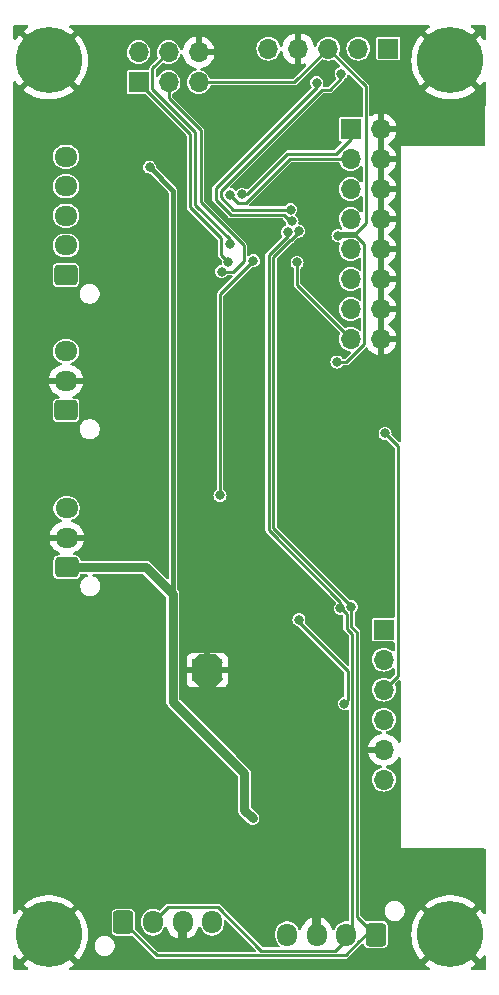
<source format=gbl>
G04 #@! TF.GenerationSoftware,KiCad,Pcbnew,8.0.2*
G04 #@! TF.CreationDate,2024-05-15T20:42:59+02:00*
G04 #@! TF.ProjectId,splitflappcb,73706c69-7466-46c6-9170-7063622e6b69,rev?*
G04 #@! TF.SameCoordinates,Original*
G04 #@! TF.FileFunction,Copper,L2,Bot*
G04 #@! TF.FilePolarity,Positive*
%FSLAX46Y46*%
G04 Gerber Fmt 4.6, Leading zero omitted, Abs format (unit mm)*
G04 Created by KiCad (PCBNEW 8.0.2) date 2024-05-15 20:42:59*
%MOMM*%
%LPD*%
G01*
G04 APERTURE LIST*
G04 Aperture macros list*
%AMRoundRect*
0 Rectangle with rounded corners*
0 $1 Rounding radius*
0 $2 $3 $4 $5 $6 $7 $8 $9 X,Y pos of 4 corners*
0 Add a 4 corners polygon primitive as box body*
4,1,4,$2,$3,$4,$5,$6,$7,$8,$9,$2,$3,0*
0 Add four circle primitives for the rounded corners*
1,1,$1+$1,$2,$3*
1,1,$1+$1,$4,$5*
1,1,$1+$1,$6,$7*
1,1,$1+$1,$8,$9*
0 Add four rect primitives between the rounded corners*
20,1,$1+$1,$2,$3,$4,$5,0*
20,1,$1+$1,$4,$5,$6,$7,0*
20,1,$1+$1,$6,$7,$8,$9,0*
20,1,$1+$1,$8,$9,$2,$3,0*%
G04 Aperture macros list end*
G04 #@! TA.AperFunction,ComponentPad*
%ADD10C,0.500000*%
G04 #@! TD*
G04 #@! TA.AperFunction,SMDPad,CuDef*
%ADD11R,2.500000X1.900000*%
G04 #@! TD*
G04 #@! TA.AperFunction,ComponentPad*
%ADD12C,5.600000*%
G04 #@! TD*
G04 #@! TA.AperFunction,ComponentPad*
%ADD13R,1.700000X1.700000*%
G04 #@! TD*
G04 #@! TA.AperFunction,ComponentPad*
%ADD14O,1.700000X1.700000*%
G04 #@! TD*
G04 #@! TA.AperFunction,ComponentPad*
%ADD15RoundRect,0.250000X0.600000X0.725000X-0.600000X0.725000X-0.600000X-0.725000X0.600000X-0.725000X0*%
G04 #@! TD*
G04 #@! TA.AperFunction,ComponentPad*
%ADD16O,1.700000X1.950000*%
G04 #@! TD*
G04 #@! TA.AperFunction,ComponentPad*
%ADD17RoundRect,0.250000X-0.600000X-0.725000X0.600000X-0.725000X0.600000X0.725000X-0.600000X0.725000X0*%
G04 #@! TD*
G04 #@! TA.AperFunction,ComponentPad*
%ADD18RoundRect,0.250000X0.725000X-0.600000X0.725000X0.600000X-0.725000X0.600000X-0.725000X-0.600000X0*%
G04 #@! TD*
G04 #@! TA.AperFunction,ComponentPad*
%ADD19O,1.950000X1.700000*%
G04 #@! TD*
G04 #@! TA.AperFunction,ViaPad*
%ADD20C,0.800000*%
G04 #@! TD*
G04 #@! TA.AperFunction,Conductor*
%ADD21C,0.800000*%
G04 #@! TD*
G04 #@! TA.AperFunction,Conductor*
%ADD22C,0.400000*%
G04 #@! TD*
G04 #@! TA.AperFunction,Conductor*
%ADD23C,0.250000*%
G04 #@! TD*
G04 APERTURE END LIST*
D10*
X84420000Y-100935000D03*
X83420000Y-100935000D03*
X82420000Y-100935000D03*
D11*
X83420000Y-101635000D03*
D10*
X84420000Y-102335000D03*
X83420000Y-102335000D03*
X82420000Y-102335000D03*
D12*
X104000000Y-50000000D03*
D13*
X98740000Y-49010000D03*
D14*
X96200000Y-49010000D03*
X93660000Y-49010000D03*
X91120000Y-49010000D03*
X88580000Y-49010000D03*
D15*
X97680000Y-124010000D03*
D16*
X95180000Y-124010000D03*
X92680000Y-124010000D03*
X90180000Y-124010000D03*
D12*
X70000000Y-50000000D03*
D17*
X76320000Y-122970000D03*
D16*
X78820000Y-122970000D03*
X81320000Y-122970000D03*
X83820000Y-122970000D03*
D13*
X98370000Y-98200000D03*
D14*
X98370000Y-100740000D03*
X98370000Y-103280000D03*
X98370000Y-105820000D03*
X98370000Y-108360000D03*
X98370000Y-110900000D03*
D13*
X77600000Y-51840000D03*
D14*
X77600000Y-49300000D03*
X80140000Y-51840000D03*
X80140000Y-49300000D03*
X82680000Y-51840000D03*
X82680000Y-49300000D03*
D12*
X104000000Y-124000000D03*
D13*
X95560000Y-55810000D03*
D14*
X98100000Y-55810000D03*
X95560000Y-58350000D03*
X98100000Y-58350000D03*
X95560000Y-60890000D03*
X98100000Y-60890000D03*
X95560000Y-63430000D03*
X98100000Y-63430000D03*
X95560000Y-65970000D03*
X98100000Y-65970000D03*
X95560000Y-68510000D03*
X98100000Y-68510000D03*
X95560000Y-71050000D03*
X98100000Y-71050000D03*
X95560000Y-73590000D03*
X98100000Y-73590000D03*
D12*
X70000000Y-124000000D03*
D18*
X71450000Y-68160000D03*
D19*
X71450000Y-65660000D03*
X71450000Y-63160000D03*
X71450000Y-60660000D03*
X71450000Y-58160000D03*
D18*
X71465000Y-79630000D03*
D19*
X71465000Y-77130000D03*
X71465000Y-74630000D03*
D18*
X71510000Y-92910000D03*
D19*
X71510000Y-90410000D03*
X71510000Y-87910000D03*
D20*
X78530000Y-59040000D03*
X87270000Y-114180000D03*
X85450000Y-109245000D03*
X95626092Y-96252670D03*
X91163682Y-64453813D03*
X94678444Y-96399500D03*
X90217628Y-64534663D03*
X86368656Y-61339500D03*
X85370000Y-61380000D03*
X85179863Y-67040500D03*
X84645115Y-67884922D03*
X85319500Y-65520000D03*
X94487300Y-64832700D03*
X94400000Y-75540000D03*
X98470000Y-81570000D03*
X87330000Y-66970000D03*
X84490000Y-86840000D03*
X91021441Y-67090500D03*
X92680000Y-51880000D03*
X90604125Y-63620462D03*
X90470000Y-62630000D03*
X94750401Y-51125001D03*
X91174822Y-97344822D03*
X95025500Y-104470000D03*
X94270000Y-101970000D03*
X79150000Y-87790000D03*
X79020000Y-79550000D03*
X79780000Y-57110000D03*
X78720000Y-65750000D03*
X98250000Y-53070000D03*
X78900000Y-82380000D03*
X78870000Y-61230000D03*
X87540000Y-96380000D03*
X84960000Y-117560000D03*
X93670000Y-74660000D03*
X87580000Y-107340000D03*
X81470000Y-85060000D03*
X96330000Y-97160000D03*
X79020000Y-85510000D03*
X90280000Y-52730000D03*
X91500000Y-90890000D03*
X93740000Y-67750000D03*
X95760000Y-53100000D03*
X97430000Y-96290000D03*
X81930000Y-71130000D03*
X72100517Y-71548614D03*
X92070000Y-60400000D03*
X94050000Y-109560000D03*
X93000000Y-97320000D03*
X81540000Y-79550000D03*
X82800000Y-73690000D03*
X96890000Y-104580000D03*
X93270000Y-69820000D03*
X97210000Y-115080000D03*
X87550000Y-92050000D03*
X91160000Y-83030000D03*
X93990000Y-62150000D03*
X87530000Y-50770000D03*
X86240000Y-64030000D03*
X97380000Y-122100000D03*
X77500000Y-103230000D03*
X78140000Y-69850000D03*
X93330000Y-72450000D03*
X92870000Y-121470000D03*
X99000000Y-120570000D03*
X88400000Y-58320000D03*
X84880000Y-124590000D03*
X78920000Y-95430000D03*
X79330000Y-96640000D03*
X94920000Y-106720000D03*
X84620000Y-88300000D03*
X91071095Y-65894500D03*
X83880000Y-59640000D03*
X82620000Y-117670000D03*
X80910000Y-108180000D03*
X93340000Y-57020000D03*
X94360000Y-97520000D03*
X94340130Y-59026812D03*
X94600000Y-99710000D03*
X79170000Y-91960000D03*
X99450000Y-117760000D03*
X89740000Y-113540000D03*
X87420000Y-73970000D03*
X86730000Y-83350000D03*
X79800000Y-55440000D03*
X96910000Y-106900000D03*
X82730000Y-54450000D03*
X88286732Y-64507585D03*
X91860000Y-55090000D03*
X89810000Y-61580000D03*
X88410000Y-53860000D03*
X96990000Y-99470000D03*
X82560000Y-124740000D03*
X94685130Y-115212168D03*
X78980000Y-73810000D03*
X78220000Y-99240000D03*
X91040000Y-73780000D03*
X96740000Y-75120000D03*
D21*
X86540000Y-113450000D02*
X86540000Y-110335000D01*
D22*
X78530000Y-59040000D02*
X80510000Y-61020000D01*
D21*
X87270000Y-114180000D02*
X86540000Y-113450000D01*
X80510000Y-101485000D02*
X80510000Y-104305000D01*
X80510000Y-104305000D02*
X85450000Y-109245000D01*
D22*
X80510000Y-61020000D02*
X80510000Y-95220000D01*
D21*
X80510000Y-95220000D02*
X78200000Y-92910000D01*
X78200000Y-92910000D02*
X71510000Y-92910000D01*
X86540000Y-110335000D02*
X85450000Y-109245000D01*
X80510000Y-95220000D02*
X80510000Y-101485000D01*
D23*
X95626092Y-97939696D02*
X96100000Y-98413604D01*
X90426023Y-65209663D02*
X90497223Y-65209663D01*
X96870000Y-124010000D02*
X96305000Y-124575000D01*
X79120000Y-125770000D02*
X76320000Y-122970000D01*
X96305000Y-124600551D02*
X95135551Y-125770000D01*
X96305000Y-124575000D02*
X96305000Y-124600551D01*
X96100000Y-98413604D02*
X96100000Y-122530000D01*
X89010000Y-89600000D02*
X89010000Y-66625686D01*
X90497223Y-65209663D02*
X91163682Y-64543204D01*
X97680000Y-124010000D02*
X96870000Y-124010000D01*
X95626092Y-96252670D02*
X95626092Y-97939696D01*
X96100000Y-122530000D02*
X97580000Y-124010000D01*
X95626092Y-96252670D02*
X95626092Y-96216092D01*
X97580000Y-124010000D02*
X97680000Y-124010000D01*
X95626092Y-96216092D02*
X89010000Y-89600000D01*
X89010000Y-66625686D02*
X90426023Y-65209663D01*
X95135551Y-125770000D02*
X79120000Y-125770000D01*
X91163682Y-64543204D02*
X91163682Y-64453813D01*
X95180000Y-124440000D02*
X94250000Y-125370000D01*
X88002735Y-125370000D02*
X84303982Y-121671247D01*
X95700000Y-98579290D02*
X95700000Y-123490000D01*
X95226092Y-98105382D02*
X95700000Y-98579290D01*
X94678444Y-96399500D02*
X94769500Y-96399500D01*
X90217628Y-64852372D02*
X90217628Y-64534663D01*
X88610000Y-66460000D02*
X90217628Y-64852372D01*
X80118753Y-121671247D02*
X78820000Y-122970000D01*
X94678444Y-96399500D02*
X94678444Y-95834130D01*
X94250000Y-125370000D02*
X88002735Y-125370000D01*
X95180000Y-124010000D02*
X95180000Y-124440000D01*
X84303982Y-121671247D02*
X80118753Y-121671247D01*
X94769500Y-96399500D02*
X95226092Y-96856092D01*
X95226092Y-96856092D02*
X95226092Y-98105382D01*
X88610000Y-89765686D02*
X88610000Y-66460000D01*
X95700000Y-123490000D02*
X95180000Y-124010000D01*
X94678444Y-95834130D02*
X88610000Y-89765686D01*
X94290000Y-57900000D02*
X95560000Y-56630000D01*
X95560000Y-56630000D02*
X95560000Y-55810000D01*
X86757565Y-61339500D02*
X90197065Y-57900000D01*
X86368656Y-61339500D02*
X86757565Y-61339500D01*
X90197065Y-57900000D02*
X94290000Y-57900000D01*
X86668961Y-62064500D02*
X90383461Y-58350000D01*
X90383461Y-58350000D02*
X95560000Y-58350000D01*
X85370000Y-61380000D02*
X86054500Y-62064500D01*
X86054500Y-62064500D02*
X86668961Y-62064500D01*
X81950000Y-56232792D02*
X77600000Y-51882792D01*
X85179863Y-67040500D02*
X84594500Y-66455137D01*
X77600000Y-51882792D02*
X77600000Y-51840000D01*
X81950000Y-62396396D02*
X81950000Y-56232792D01*
X84594500Y-65040896D02*
X81950000Y-62396396D01*
X84594500Y-66455137D02*
X84594500Y-65040896D01*
X85626406Y-67884922D02*
X86494500Y-67016828D01*
X82850000Y-55860000D02*
X80140000Y-53150000D01*
X86494500Y-65668104D02*
X82850000Y-62023604D01*
X80140000Y-53150000D02*
X80140000Y-51840000D01*
X84645115Y-67884922D02*
X85626406Y-67884922D01*
X82850000Y-62023604D02*
X82850000Y-55860000D01*
X86494500Y-67016828D02*
X86494500Y-65668104D01*
X78775000Y-52421396D02*
X78775000Y-50665000D01*
X82400000Y-56046396D02*
X78775000Y-52421396D01*
X78775000Y-50665000D02*
X80140000Y-49300000D01*
X85319500Y-65129500D02*
X82400000Y-62210000D01*
X82400000Y-62210000D02*
X82400000Y-56046396D01*
X85319500Y-65520000D02*
X85319500Y-65129500D01*
X96860000Y-52210000D02*
X93660000Y-49010000D01*
X96860000Y-63790054D02*
X96860000Y-52210000D01*
X90770000Y-51850000D02*
X82690000Y-51850000D01*
X96049710Y-64600344D02*
X96860000Y-63790054D01*
X96720000Y-74019344D02*
X95199344Y-75540000D01*
X94487300Y-64832700D02*
X96012044Y-64832700D01*
X93610000Y-49010000D02*
X90770000Y-51850000D01*
X98370000Y-103280000D02*
X99545000Y-102105000D01*
X94719656Y-64600344D02*
X96049710Y-64600344D01*
X99545000Y-102105000D02*
X99545000Y-82645000D01*
X96012044Y-64832700D02*
X96720000Y-65540656D01*
X95199344Y-75540000D02*
X94400000Y-75540000D01*
X93660000Y-49010000D02*
X93610000Y-49010000D01*
X94487300Y-64832700D02*
X94719656Y-64600344D01*
X96720000Y-65540656D02*
X96720000Y-74019344D01*
X99545000Y-82645000D02*
X98470000Y-81570000D01*
X82690000Y-51850000D02*
X82680000Y-51840000D01*
X84490000Y-69810000D02*
X87330000Y-66970000D01*
X84490000Y-86840000D02*
X84490000Y-69810000D01*
X91021441Y-69051441D02*
X95560000Y-73590000D01*
X91021441Y-67090500D02*
X91021441Y-69051441D01*
X89894695Y-63080000D02*
X90169695Y-63355000D01*
X84120000Y-60833604D02*
X84120000Y-61791701D01*
X92680000Y-52273604D02*
X84120000Y-60833604D01*
X92680000Y-51880000D02*
X92680000Y-52273604D01*
X84120000Y-61791701D02*
X85408299Y-63080000D01*
X85408299Y-63080000D02*
X89894695Y-63080000D01*
X90169695Y-63355000D02*
X90338663Y-63355000D01*
X90338663Y-63355000D02*
X90604125Y-63620462D01*
X84570000Y-61605305D02*
X85594695Y-62630000D01*
X93765908Y-52500103D02*
X93089897Y-52500103D01*
X93089897Y-52500103D02*
X84570000Y-61020000D01*
X94750401Y-51125001D02*
X94750401Y-51515610D01*
X84570000Y-61020000D02*
X84570000Y-61605305D01*
X94750401Y-51515610D02*
X93765908Y-52500103D01*
X85594695Y-62630000D02*
X90470000Y-62630000D01*
X95300000Y-101710000D02*
X95300000Y-104195500D01*
X91174822Y-97584822D02*
X95300000Y-101710000D01*
X95300000Y-104195500D02*
X95025500Y-104470000D01*
X91174822Y-97344822D02*
X91174822Y-97584822D01*
G04 #@! TA.AperFunction,Conductor*
G36*
X68779588Y-125042330D02*
G01*
X68957670Y-125220412D01*
X69059300Y-125294251D01*
X67847257Y-126506294D01*
X67860495Y-126518836D01*
X68145367Y-126735388D01*
X68145370Y-126735390D01*
X68202475Y-126769749D01*
X68249770Y-126821178D01*
X68261753Y-126890013D01*
X68234618Y-126954399D01*
X68176982Y-126993893D01*
X68138547Y-127000000D01*
X67124000Y-127000000D01*
X67056961Y-126980315D01*
X67011206Y-126927511D01*
X67000000Y-126876000D01*
X67000000Y-125859569D01*
X67019685Y-125792530D01*
X67072489Y-125746775D01*
X67141647Y-125736831D01*
X67205203Y-125765856D01*
X67226634Y-125789982D01*
X67369033Y-126000006D01*
X67369035Y-126000008D01*
X67496441Y-126150002D01*
X67496442Y-126150002D01*
X68705747Y-124940697D01*
X68779588Y-125042330D01*
G37*
G04 #@! TD.AperFunction*
G04 #@! TA.AperFunction,Conductor*
G36*
X92299905Y-124301657D02*
G01*
X92388343Y-124390095D01*
X92422820Y-124410000D01*
X92404000Y-124410000D01*
X92336961Y-124390315D01*
X92291206Y-124337511D01*
X92280000Y-124286000D01*
X92280000Y-124267180D01*
X92299905Y-124301657D01*
G37*
G04 #@! TD.AperFunction*
G04 #@! TA.AperFunction,Conductor*
G36*
X93080000Y-124286000D02*
G01*
X93060315Y-124353039D01*
X93007511Y-124398794D01*
X92956000Y-124410000D01*
X92937180Y-124410000D01*
X92971657Y-124390095D01*
X93060095Y-124301657D01*
X93080000Y-124267180D01*
X93080000Y-124286000D01*
G37*
G04 #@! TD.AperFunction*
G04 #@! TA.AperFunction,Conductor*
G36*
X81028343Y-122589905D02*
G01*
X80939905Y-122678343D01*
X80920000Y-122712819D01*
X80920000Y-122694000D01*
X80939685Y-122626961D01*
X80992489Y-122581206D01*
X81044000Y-122570000D01*
X81062820Y-122570000D01*
X81028343Y-122589905D01*
G37*
G04 #@! TD.AperFunction*
G04 #@! TA.AperFunction,Conductor*
G36*
X81663039Y-122589685D02*
G01*
X81708794Y-122642489D01*
X81720000Y-122694000D01*
X81720000Y-122712819D01*
X81700095Y-122678343D01*
X81611657Y-122589905D01*
X81577180Y-122570000D01*
X81596000Y-122570000D01*
X81663039Y-122589685D01*
G37*
G04 #@! TD.AperFunction*
G04 #@! TA.AperFunction,Conductor*
G36*
X98350000Y-73156988D02*
G01*
X98292993Y-73124075D01*
X98165826Y-73090000D01*
X98034174Y-73090000D01*
X97907007Y-73124075D01*
X97850000Y-73156988D01*
X97850000Y-71483012D01*
X97907007Y-71515925D01*
X98034174Y-71550000D01*
X98165826Y-71550000D01*
X98292993Y-71515925D01*
X98350000Y-71483012D01*
X98350000Y-73156988D01*
G37*
G04 #@! TD.AperFunction*
G04 #@! TA.AperFunction,Conductor*
G36*
X98350000Y-70616988D02*
G01*
X98292993Y-70584075D01*
X98165826Y-70550000D01*
X98034174Y-70550000D01*
X97907007Y-70584075D01*
X97850000Y-70616988D01*
X97850000Y-68943012D01*
X97907007Y-68975925D01*
X98034174Y-69010000D01*
X98165826Y-69010000D01*
X98292993Y-68975925D01*
X98350000Y-68943012D01*
X98350000Y-70616988D01*
G37*
G04 #@! TD.AperFunction*
G04 #@! TA.AperFunction,Conductor*
G36*
X98350000Y-68076988D02*
G01*
X98292993Y-68044075D01*
X98165826Y-68010000D01*
X98034174Y-68010000D01*
X97907007Y-68044075D01*
X97850000Y-68076988D01*
X97850000Y-66403012D01*
X97907007Y-66435925D01*
X98034174Y-66470000D01*
X98165826Y-66470000D01*
X98292993Y-66435925D01*
X98350000Y-66403012D01*
X98350000Y-68076988D01*
G37*
G04 #@! TD.AperFunction*
G04 #@! TA.AperFunction,Conductor*
G36*
X98350000Y-65536988D02*
G01*
X98292993Y-65504075D01*
X98165826Y-65470000D01*
X98034174Y-65470000D01*
X97907007Y-65504075D01*
X97850000Y-65536988D01*
X97850000Y-63863012D01*
X97907007Y-63895925D01*
X98034174Y-63930000D01*
X98165826Y-63930000D01*
X98292993Y-63895925D01*
X98350000Y-63863012D01*
X98350000Y-65536988D01*
G37*
G04 #@! TD.AperFunction*
G04 #@! TA.AperFunction,Conductor*
G36*
X98350000Y-62996988D02*
G01*
X98292993Y-62964075D01*
X98165826Y-62930000D01*
X98034174Y-62930000D01*
X97907007Y-62964075D01*
X97850000Y-62996988D01*
X97850000Y-61323012D01*
X97907007Y-61355925D01*
X98034174Y-61390000D01*
X98165826Y-61390000D01*
X98292993Y-61355925D01*
X98350000Y-61323012D01*
X98350000Y-62996988D01*
G37*
G04 #@! TD.AperFunction*
G04 #@! TA.AperFunction,Conductor*
G36*
X95464532Y-51209596D02*
G01*
X95488941Y-51228557D01*
X96548181Y-52287796D01*
X96581666Y-52349119D01*
X96584500Y-52375477D01*
X96584500Y-54690167D01*
X96564815Y-54757206D01*
X96512011Y-54802961D01*
X96442853Y-54812905D01*
X96436313Y-54811785D01*
X96424824Y-54809500D01*
X96424820Y-54809500D01*
X94695180Y-54809500D01*
X94695178Y-54809500D01*
X94651282Y-54818231D01*
X94651275Y-54818234D01*
X94601496Y-54851495D01*
X94601495Y-54851496D01*
X94568234Y-54901275D01*
X94568231Y-54901282D01*
X94559500Y-54945177D01*
X94559500Y-54945180D01*
X94559500Y-56674820D01*
X94559500Y-56674822D01*
X94559499Y-56674822D01*
X94568231Y-56718717D01*
X94568232Y-56718721D01*
X94568233Y-56718722D01*
X94601496Y-56768504D01*
X94651278Y-56801767D01*
X94651281Y-56801767D01*
X94651282Y-56801768D01*
X94695177Y-56810500D01*
X94701240Y-56811097D01*
X94700995Y-56813575D01*
X94757561Y-56830185D01*
X94803316Y-56882989D01*
X94813260Y-56952147D01*
X94784235Y-57015703D01*
X94778203Y-57022181D01*
X94212204Y-57588181D01*
X94150881Y-57621666D01*
X94124523Y-57624500D01*
X90251865Y-57624500D01*
X90142265Y-57624500D01*
X90142263Y-57624500D01*
X90142261Y-57624501D01*
X90041009Y-57666439D01*
X86837771Y-60869677D01*
X86776448Y-60903162D01*
X86706756Y-60898178D01*
X86674604Y-60880372D01*
X86646281Y-60858639D01*
X86646279Y-60858638D01*
X86512368Y-60803171D01*
X86512366Y-60803170D01*
X86512365Y-60803170D01*
X86440510Y-60793710D01*
X86368657Y-60784250D01*
X86368655Y-60784250D01*
X86224947Y-60803170D01*
X86224943Y-60803171D01*
X86091033Y-60858637D01*
X86076646Y-60869677D01*
X85976035Y-60946879D01*
X85976034Y-60946880D01*
X85976033Y-60946881D01*
X85951867Y-60978375D01*
X85895439Y-61019577D01*
X85825693Y-61023732D01*
X85765811Y-60990569D01*
X85762625Y-60987383D01*
X85762622Y-60987381D01*
X85762621Y-60987379D01*
X85647625Y-60899139D01*
X85647624Y-60899138D01*
X85647622Y-60899137D01*
X85513712Y-60843671D01*
X85513710Y-60843670D01*
X85513709Y-60843670D01*
X85471263Y-60838081D01*
X85429187Y-60832542D01*
X85365290Y-60804275D01*
X85326820Y-60745950D01*
X85325989Y-60676085D01*
X85357692Y-60621922D01*
X89131510Y-56848105D01*
X93167693Y-52811922D01*
X93229016Y-52778437D01*
X93255374Y-52775603D01*
X93820707Y-52775603D01*
X93820708Y-52775603D01*
X93921966Y-52733660D01*
X93999465Y-52656161D01*
X93999464Y-52656161D01*
X94058033Y-52597592D01*
X94983958Y-51671669D01*
X94990669Y-51655466D01*
X95029742Y-51604544D01*
X95143022Y-51517622D01*
X95231262Y-51402626D01*
X95286701Y-51268782D01*
X95330539Y-51214383D01*
X95396833Y-51192317D01*
X95464532Y-51209596D01*
G37*
G04 #@! TD.AperFunction*
G04 #@! TA.AperFunction,Conductor*
G36*
X98350000Y-60456988D02*
G01*
X98292993Y-60424075D01*
X98165826Y-60390000D01*
X98034174Y-60390000D01*
X97907007Y-60424075D01*
X97850000Y-60456988D01*
X97850000Y-58783012D01*
X97907007Y-58815925D01*
X98034174Y-58850000D01*
X98165826Y-58850000D01*
X98292993Y-58815925D01*
X98350000Y-58783012D01*
X98350000Y-60456988D01*
G37*
G04 #@! TD.AperFunction*
G04 #@! TA.AperFunction,Conductor*
G36*
X98350000Y-57916988D02*
G01*
X98292993Y-57884075D01*
X98165826Y-57850000D01*
X98034174Y-57850000D01*
X97907007Y-57884075D01*
X97850000Y-57916988D01*
X97850000Y-56243012D01*
X97907007Y-56275925D01*
X98034174Y-56310000D01*
X98165826Y-56310000D01*
X98292993Y-56275925D01*
X98350000Y-56243012D01*
X98350000Y-57916988D01*
G37*
G04 #@! TD.AperFunction*
G04 #@! TA.AperFunction,Conductor*
G36*
X102205586Y-47019685D02*
G01*
X102251341Y-47072489D01*
X102261285Y-47141647D01*
X102232260Y-47205203D01*
X102202475Y-47230251D01*
X102145370Y-47264609D01*
X102145367Y-47264611D01*
X101860486Y-47481170D01*
X101860485Y-47481171D01*
X101847257Y-47493702D01*
X101847256Y-47493703D01*
X103059301Y-48705748D01*
X102957670Y-48779588D01*
X102779588Y-48957670D01*
X102705748Y-49059301D01*
X101496442Y-47849995D01*
X101496441Y-47849996D01*
X101369033Y-47999992D01*
X101168218Y-48296172D01*
X101000606Y-48612322D01*
X101000597Y-48612340D01*
X100868149Y-48944760D01*
X100868147Y-48944767D01*
X100772421Y-49289542D01*
X100772415Y-49289568D01*
X100714527Y-49642668D01*
X100714526Y-49642685D01*
X100695153Y-49999997D01*
X100695153Y-50000002D01*
X100714526Y-50357314D01*
X100714527Y-50357331D01*
X100772415Y-50710431D01*
X100772421Y-50710457D01*
X100868147Y-51055232D01*
X100868149Y-51055239D01*
X101000597Y-51387659D01*
X101000606Y-51387677D01*
X101168218Y-51703827D01*
X101369024Y-51999994D01*
X101369035Y-52000008D01*
X101496441Y-52150002D01*
X101496442Y-52150002D01*
X102705747Y-50940697D01*
X102779588Y-51042330D01*
X102957670Y-51220412D01*
X103059300Y-51294251D01*
X101847257Y-52506294D01*
X101860495Y-52518836D01*
X102145367Y-52735388D01*
X102145370Y-52735390D01*
X102451990Y-52919876D01*
X102776739Y-53070122D01*
X102776744Y-53070123D01*
X103115855Y-53184383D01*
X103465339Y-53261311D01*
X103821075Y-53299999D01*
X103821085Y-53300000D01*
X104178915Y-53300000D01*
X104178924Y-53299999D01*
X104534660Y-53261311D01*
X104884144Y-53184383D01*
X105223255Y-53070123D01*
X105223260Y-53070122D01*
X105548009Y-52919876D01*
X105854629Y-52735390D01*
X105854632Y-52735388D01*
X106139509Y-52518831D01*
X106152742Y-52506295D01*
X106152742Y-52506294D01*
X104940699Y-51294251D01*
X105042330Y-51220412D01*
X105220412Y-51042330D01*
X105294251Y-50940698D01*
X106503556Y-52150002D01*
X106630969Y-52000002D01*
X106754346Y-51818035D01*
X106808261Y-51773594D01*
X106877643Y-51765356D01*
X106940465Y-51795936D01*
X106976781Y-51855627D01*
X106980979Y-51888104D01*
X106965872Y-55770895D01*
X106960502Y-57151172D01*
X106960481Y-57156482D01*
X106940536Y-57223445D01*
X106887554Y-57268994D01*
X106836482Y-57280000D01*
X99820000Y-57280000D01*
X99805502Y-78823218D01*
X99800000Y-78841909D01*
X99800000Y-82211022D01*
X99780315Y-82278061D01*
X99727511Y-82323816D01*
X99658353Y-82333760D01*
X99594797Y-82304735D01*
X99588319Y-82298703D01*
X99049220Y-81759605D01*
X99015735Y-81698282D01*
X99013962Y-81655738D01*
X99025250Y-81570000D01*
X99025250Y-81569999D01*
X99023048Y-81553280D01*
X99006330Y-81426291D01*
X98950861Y-81292375D01*
X98862621Y-81177379D01*
X98747625Y-81089139D01*
X98747624Y-81089138D01*
X98747622Y-81089137D01*
X98613712Y-81033671D01*
X98613710Y-81033670D01*
X98613709Y-81033670D01*
X98541854Y-81024210D01*
X98470001Y-81014750D01*
X98469999Y-81014750D01*
X98326291Y-81033670D01*
X98326287Y-81033671D01*
X98192377Y-81089137D01*
X98077379Y-81177379D01*
X97989137Y-81292377D01*
X97933671Y-81426287D01*
X97933670Y-81426291D01*
X97914750Y-81569999D01*
X97914750Y-81570000D01*
X97933670Y-81713708D01*
X97933671Y-81713712D01*
X97989137Y-81847622D01*
X97989138Y-81847624D01*
X97989139Y-81847625D01*
X98077379Y-81962621D01*
X98192375Y-82050861D01*
X98326291Y-82106330D01*
X98453280Y-82123048D01*
X98469999Y-82125250D01*
X98470000Y-82125250D01*
X98470001Y-82125250D01*
X98507592Y-82120300D01*
X98555738Y-82113962D01*
X98624773Y-82124727D01*
X98659605Y-82149220D01*
X99233181Y-82722796D01*
X99266666Y-82784119D01*
X99269500Y-82810477D01*
X99269500Y-97075500D01*
X99249815Y-97142539D01*
X99197011Y-97188294D01*
X99145500Y-97199500D01*
X97505178Y-97199500D01*
X97461282Y-97208231D01*
X97461275Y-97208234D01*
X97411496Y-97241495D01*
X97411495Y-97241496D01*
X97378234Y-97291275D01*
X97378231Y-97291282D01*
X97369500Y-97335177D01*
X97369500Y-97335180D01*
X97369500Y-99064820D01*
X97369500Y-99064822D01*
X97369499Y-99064822D01*
X97378231Y-99108717D01*
X97378232Y-99108721D01*
X97378233Y-99108722D01*
X97411496Y-99158504D01*
X97461278Y-99191767D01*
X97461281Y-99191767D01*
X97461282Y-99191768D01*
X97505177Y-99200500D01*
X99145500Y-99200500D01*
X99212539Y-99220185D01*
X99258294Y-99272989D01*
X99269500Y-99324500D01*
X99269500Y-99921734D01*
X99249815Y-99988773D01*
X99197011Y-100034528D01*
X99127853Y-100044472D01*
X99066835Y-100017587D01*
X98928539Y-99904090D01*
X98928532Y-99904086D01*
X98754733Y-99811188D01*
X98754727Y-99811186D01*
X98566132Y-99753976D01*
X98566129Y-99753975D01*
X98370000Y-99734659D01*
X98173870Y-99753975D01*
X97985266Y-99811188D01*
X97811467Y-99904086D01*
X97811460Y-99904090D01*
X97659116Y-100029116D01*
X97534090Y-100181460D01*
X97534086Y-100181467D01*
X97441188Y-100355266D01*
X97383975Y-100543870D01*
X97364659Y-100740000D01*
X97383975Y-100936129D01*
X97391628Y-100961357D01*
X97413967Y-101035000D01*
X97441188Y-101124733D01*
X97534086Y-101298532D01*
X97534090Y-101298539D01*
X97659116Y-101450883D01*
X97811460Y-101575909D01*
X97811467Y-101575913D01*
X97985266Y-101668811D01*
X97985269Y-101668811D01*
X97985273Y-101668814D01*
X98173868Y-101726024D01*
X98370000Y-101745341D01*
X98566132Y-101726024D01*
X98754727Y-101668814D01*
X98928538Y-101575910D01*
X99066835Y-101462412D01*
X99131145Y-101435099D01*
X99200012Y-101446890D01*
X99251573Y-101494042D01*
X99269500Y-101558265D01*
X99269500Y-101939522D01*
X99249815Y-102006561D01*
X99233181Y-102027203D01*
X98920420Y-102339963D01*
X98859097Y-102373448D01*
X98789405Y-102368464D01*
X98774287Y-102361641D01*
X98754729Y-102351187D01*
X98754728Y-102351186D01*
X98754727Y-102351186D01*
X98566132Y-102293976D01*
X98566129Y-102293975D01*
X98370000Y-102274659D01*
X98173870Y-102293975D01*
X97985266Y-102351188D01*
X97811467Y-102444086D01*
X97811460Y-102444090D01*
X97659116Y-102569116D01*
X97534090Y-102721460D01*
X97534086Y-102721467D01*
X97441188Y-102895266D01*
X97383975Y-103083870D01*
X97364659Y-103280000D01*
X97383975Y-103476129D01*
X97441188Y-103664733D01*
X97534086Y-103838532D01*
X97534090Y-103838539D01*
X97659116Y-103990883D01*
X97811460Y-104115909D01*
X97811467Y-104115913D01*
X97985266Y-104208811D01*
X97985269Y-104208811D01*
X97985273Y-104208814D01*
X98173868Y-104266024D01*
X98370000Y-104285341D01*
X98566132Y-104266024D01*
X98754727Y-104208814D01*
X98785479Y-104192377D01*
X98928532Y-104115913D01*
X98928538Y-104115910D01*
X99080883Y-103990883D01*
X99205910Y-103838538D01*
X99298814Y-103664727D01*
X99356024Y-103476132D01*
X99375341Y-103280000D01*
X99356024Y-103083868D01*
X99298814Y-102895273D01*
X99288359Y-102875714D01*
X99274115Y-102807313D01*
X99299114Y-102742069D01*
X99310027Y-102729586D01*
X99577857Y-102461757D01*
X99639177Y-102428274D01*
X99708869Y-102433258D01*
X99764802Y-102475130D01*
X99789219Y-102540594D01*
X99789535Y-102549523D01*
X99786107Y-107643236D01*
X99766377Y-107710263D01*
X99713543Y-107755982D01*
X99644377Y-107765879D01*
X99580841Y-107736811D01*
X99549723Y-107695555D01*
X99543597Y-107682418D01*
X99408113Y-107488926D01*
X99408108Y-107488920D01*
X99241082Y-107321894D01*
X99047578Y-107186399D01*
X98833492Y-107086570D01*
X98833486Y-107086567D01*
X98619891Y-107029335D01*
X98560231Y-106992970D01*
X98529702Y-106930123D01*
X98537997Y-106860747D01*
X98582482Y-106806870D01*
X98615986Y-106790900D01*
X98754727Y-106748814D01*
X98928538Y-106655910D01*
X99080883Y-106530883D01*
X99205910Y-106378538D01*
X99298814Y-106204727D01*
X99356024Y-106016132D01*
X99375341Y-105820000D01*
X99356024Y-105623868D01*
X99298814Y-105435273D01*
X99298811Y-105435269D01*
X99298811Y-105435266D01*
X99205913Y-105261467D01*
X99205909Y-105261460D01*
X99080883Y-105109116D01*
X98928539Y-104984090D01*
X98928532Y-104984086D01*
X98754733Y-104891188D01*
X98754727Y-104891186D01*
X98566132Y-104833976D01*
X98566129Y-104833975D01*
X98370000Y-104814659D01*
X98173870Y-104833975D01*
X97985266Y-104891188D01*
X97811467Y-104984086D01*
X97811460Y-104984090D01*
X97659116Y-105109116D01*
X97534090Y-105261460D01*
X97534086Y-105261467D01*
X97441188Y-105435266D01*
X97383975Y-105623870D01*
X97364659Y-105820000D01*
X97383975Y-106016129D01*
X97441188Y-106204733D01*
X97534086Y-106378532D01*
X97534090Y-106378539D01*
X97659116Y-106530883D01*
X97811460Y-106655909D01*
X97811467Y-106655913D01*
X97985266Y-106748811D01*
X97985269Y-106748811D01*
X97985273Y-106748814D01*
X98124011Y-106790900D01*
X98182448Y-106829197D01*
X98210905Y-106893009D01*
X98200344Y-106962076D01*
X98154120Y-107014470D01*
X98120108Y-107029335D01*
X97906513Y-107086567D01*
X97906507Y-107086570D01*
X97692422Y-107186399D01*
X97692420Y-107186400D01*
X97498926Y-107321886D01*
X97498920Y-107321891D01*
X97331891Y-107488920D01*
X97331886Y-107488926D01*
X97196400Y-107682420D01*
X97196399Y-107682422D01*
X97096570Y-107896507D01*
X97096567Y-107896513D01*
X97039364Y-108109999D01*
X97039364Y-108110000D01*
X97936988Y-108110000D01*
X97904075Y-108167007D01*
X97870000Y-108294174D01*
X97870000Y-108425826D01*
X97904075Y-108552993D01*
X97936988Y-108610000D01*
X97039364Y-108610000D01*
X97096567Y-108823486D01*
X97096570Y-108823492D01*
X97196399Y-109037578D01*
X97331894Y-109231082D01*
X97498917Y-109398105D01*
X97692421Y-109533600D01*
X97906507Y-109633429D01*
X97906516Y-109633433D01*
X98120107Y-109690664D01*
X98179768Y-109727029D01*
X98210297Y-109789876D01*
X98202002Y-109859251D01*
X98157517Y-109913129D01*
X98124010Y-109929099D01*
X97985271Y-109971186D01*
X97811467Y-110064086D01*
X97811460Y-110064090D01*
X97659116Y-110189116D01*
X97534090Y-110341460D01*
X97534086Y-110341467D01*
X97441188Y-110515266D01*
X97383975Y-110703870D01*
X97364659Y-110900000D01*
X97383975Y-111096129D01*
X97441188Y-111284733D01*
X97534086Y-111458532D01*
X97534090Y-111458539D01*
X97659116Y-111610883D01*
X97811460Y-111735909D01*
X97811467Y-111735913D01*
X97985266Y-111828811D01*
X97985269Y-111828811D01*
X97985273Y-111828814D01*
X98173868Y-111886024D01*
X98370000Y-111905341D01*
X98566132Y-111886024D01*
X98754727Y-111828814D01*
X98928538Y-111735910D01*
X99080883Y-111610883D01*
X99205910Y-111458538D01*
X99298814Y-111284727D01*
X99356024Y-111096132D01*
X99375341Y-110900000D01*
X99356024Y-110703868D01*
X99298814Y-110515273D01*
X99298811Y-110515269D01*
X99298811Y-110515266D01*
X99205913Y-110341467D01*
X99205909Y-110341460D01*
X99080883Y-110189116D01*
X98928539Y-110064090D01*
X98928532Y-110064086D01*
X98754728Y-109971186D01*
X98615989Y-109929099D01*
X98557551Y-109890801D01*
X98529094Y-109826989D01*
X98539655Y-109757922D01*
X98585880Y-109705529D01*
X98619892Y-109690664D01*
X98833483Y-109633433D01*
X98833492Y-109633429D01*
X99047578Y-109533600D01*
X99241082Y-109398105D01*
X99408105Y-109231082D01*
X99543600Y-109037578D01*
X99548757Y-109026518D01*
X99594927Y-108974077D01*
X99662119Y-108954922D01*
X99729001Y-108975135D01*
X99774338Y-109028298D01*
X99785141Y-109079001D01*
X99779999Y-116719999D01*
X99780000Y-116720000D01*
X106885879Y-116720000D01*
X106952918Y-116739685D01*
X106998673Y-116792489D01*
X107009879Y-116844121D01*
X107004720Y-122147512D01*
X106984970Y-122214532D01*
X106932122Y-122260235D01*
X106862954Y-122270112D01*
X106799426Y-122241025D01*
X106778087Y-122216978D01*
X106630975Y-122000005D01*
X106630964Y-121999991D01*
X106503556Y-121849996D01*
X105294251Y-123059300D01*
X105220412Y-122957670D01*
X105042330Y-122779588D01*
X104940698Y-122705748D01*
X106152742Y-121493704D01*
X106139504Y-121481163D01*
X105854632Y-121264611D01*
X105854629Y-121264609D01*
X105548009Y-121080123D01*
X105223260Y-120929877D01*
X105223255Y-120929876D01*
X104884144Y-120815616D01*
X104534660Y-120738688D01*
X104178924Y-120700000D01*
X103821075Y-120700000D01*
X103465339Y-120738688D01*
X103115855Y-120815616D01*
X102776744Y-120929876D01*
X102776739Y-120929877D01*
X102451990Y-121080123D01*
X102145370Y-121264609D01*
X102145367Y-121264611D01*
X101860486Y-121481170D01*
X101860485Y-121481171D01*
X101847257Y-121493702D01*
X101847256Y-121493703D01*
X103059301Y-122705748D01*
X102957670Y-122779588D01*
X102779588Y-122957670D01*
X102705748Y-123059301D01*
X101496442Y-121849995D01*
X101496441Y-121849996D01*
X101369033Y-121999992D01*
X101168218Y-122296172D01*
X101000606Y-122612322D01*
X101000597Y-122612340D01*
X100868149Y-122944760D01*
X100868147Y-122944767D01*
X100772421Y-123289542D01*
X100772415Y-123289568D01*
X100714527Y-123642668D01*
X100714526Y-123642685D01*
X100695153Y-123999997D01*
X100695153Y-124000002D01*
X100714526Y-124357314D01*
X100714527Y-124357331D01*
X100772415Y-124710431D01*
X100772421Y-124710457D01*
X100868147Y-125055232D01*
X100868149Y-125055239D01*
X101000597Y-125387659D01*
X101000606Y-125387677D01*
X101168218Y-125703827D01*
X101369024Y-125999994D01*
X101369035Y-126000008D01*
X101496441Y-126150002D01*
X101496442Y-126150002D01*
X102705747Y-124940697D01*
X102779588Y-125042330D01*
X102957670Y-125220412D01*
X103059300Y-125294251D01*
X101847257Y-126506294D01*
X101860495Y-126518836D01*
X102145367Y-126735388D01*
X102145370Y-126735390D01*
X102202475Y-126769749D01*
X102249770Y-126821178D01*
X102261753Y-126890013D01*
X102234618Y-126954399D01*
X102176982Y-126993893D01*
X102138547Y-127000000D01*
X71861453Y-127000000D01*
X71794414Y-126980315D01*
X71748659Y-126927511D01*
X71738715Y-126858353D01*
X71767740Y-126794797D01*
X71797525Y-126769749D01*
X71854629Y-126735390D01*
X71854632Y-126735388D01*
X72139509Y-126518831D01*
X72152742Y-126506295D01*
X72152742Y-126506294D01*
X70940699Y-125294251D01*
X71042330Y-125220412D01*
X71220412Y-125042330D01*
X71294251Y-124940698D01*
X72503556Y-126150002D01*
X72630972Y-125999998D01*
X72630975Y-125999994D01*
X72831781Y-125703827D01*
X72999393Y-125387677D01*
X72999402Y-125387659D01*
X73131850Y-125055239D01*
X73131852Y-125055232D01*
X73178776Y-124886228D01*
X73869500Y-124886228D01*
X73869500Y-125053771D01*
X73902182Y-125218074D01*
X73902184Y-125218082D01*
X73966295Y-125372860D01*
X74059373Y-125512162D01*
X74177837Y-125630626D01*
X74270494Y-125692537D01*
X74317137Y-125723703D01*
X74471918Y-125787816D01*
X74636228Y-125820499D01*
X74636232Y-125820500D01*
X74636233Y-125820500D01*
X74803768Y-125820500D01*
X74803769Y-125820499D01*
X74968082Y-125787816D01*
X75122863Y-125723703D01*
X75262162Y-125630626D01*
X75380626Y-125512162D01*
X75473703Y-125372863D01*
X75537816Y-125218082D01*
X75570500Y-125053767D01*
X75570500Y-124886233D01*
X75537816Y-124721918D01*
X75488227Y-124602201D01*
X75473704Y-124567139D01*
X75380626Y-124427837D01*
X75262162Y-124309373D01*
X75122860Y-124216295D01*
X74968082Y-124152184D01*
X74968074Y-124152182D01*
X74803771Y-124119500D01*
X74803767Y-124119500D01*
X74636233Y-124119500D01*
X74636228Y-124119500D01*
X74471925Y-124152182D01*
X74471917Y-124152184D01*
X74317139Y-124216295D01*
X74177837Y-124309373D01*
X74059373Y-124427837D01*
X73966295Y-124567139D01*
X73902184Y-124721917D01*
X73902182Y-124721925D01*
X73869500Y-124886228D01*
X73178776Y-124886228D01*
X73227578Y-124710457D01*
X73227584Y-124710431D01*
X73285472Y-124357331D01*
X73285473Y-124357314D01*
X73304847Y-124000002D01*
X73304847Y-123999997D01*
X73285473Y-123642685D01*
X73285472Y-123642668D01*
X73227584Y-123289568D01*
X73227578Y-123289542D01*
X73131852Y-122944767D01*
X73131850Y-122944760D01*
X72999402Y-122612340D01*
X72999393Y-122612322D01*
X72831781Y-122296172D01*
X72775711Y-122213475D01*
X75319500Y-122213475D01*
X75319500Y-123726517D01*
X75328993Y-123786456D01*
X75334354Y-123820304D01*
X75391950Y-123933342D01*
X75391952Y-123933344D01*
X75391954Y-123933347D01*
X75481652Y-124023045D01*
X75481654Y-124023046D01*
X75481658Y-124023050D01*
X75594696Y-124080646D01*
X75594698Y-124080647D01*
X75688475Y-124095499D01*
X75688481Y-124095500D01*
X76951518Y-124095499D01*
X76951519Y-124095499D01*
X76958471Y-124094397D01*
X76979210Y-124091113D01*
X77048503Y-124100067D01*
X77086290Y-124125905D01*
X78886443Y-125926058D01*
X78963942Y-126003557D01*
X79065200Y-126045500D01*
X79065201Y-126045500D01*
X95190350Y-126045500D01*
X95190351Y-126045500D01*
X95291609Y-126003557D01*
X95369108Y-125926058D01*
X95369107Y-125926058D01*
X95427676Y-125867489D01*
X96487636Y-124807530D01*
X96548957Y-124774047D01*
X96618649Y-124779031D01*
X96674582Y-124820903D01*
X96693244Y-124856888D01*
X96694352Y-124860300D01*
X96694353Y-124860303D01*
X96694354Y-124860304D01*
X96751950Y-124973342D01*
X96751952Y-124973344D01*
X96751954Y-124973347D01*
X96841652Y-125063045D01*
X96841654Y-125063046D01*
X96841658Y-125063050D01*
X96942595Y-125114480D01*
X96954698Y-125120647D01*
X97048475Y-125135499D01*
X97048481Y-125135500D01*
X98311518Y-125135499D01*
X98405304Y-125120646D01*
X98518342Y-125063050D01*
X98608050Y-124973342D01*
X98665646Y-124860304D01*
X98665646Y-124860302D01*
X98665647Y-124860301D01*
X98679308Y-124774047D01*
X98680500Y-124766519D01*
X98680499Y-123253482D01*
X98665646Y-123159696D01*
X98608050Y-123046658D01*
X98608046Y-123046654D01*
X98608045Y-123046652D01*
X98518347Y-122956954D01*
X98518344Y-122956952D01*
X98518342Y-122956950D01*
X98421223Y-122907465D01*
X98405301Y-122899352D01*
X98311524Y-122884500D01*
X97048482Y-122884500D01*
X96984581Y-122894621D01*
X96954696Y-122899354D01*
X96954694Y-122899354D01*
X96945058Y-122900881D01*
X96944860Y-122899631D01*
X96884864Y-122901341D01*
X96828714Y-122869098D01*
X96411819Y-122452203D01*
X96378334Y-122390880D01*
X96375500Y-122364522D01*
X96375500Y-121926228D01*
X98429500Y-121926228D01*
X98429500Y-122093771D01*
X98462182Y-122258074D01*
X98462184Y-122258082D01*
X98526295Y-122412860D01*
X98619373Y-122552162D01*
X98737837Y-122670626D01*
X98827264Y-122730379D01*
X98877137Y-122763703D01*
X99031918Y-122827816D01*
X99169950Y-122855272D01*
X99196228Y-122860499D01*
X99196232Y-122860500D01*
X99196233Y-122860500D01*
X99363768Y-122860500D01*
X99363769Y-122860499D01*
X99528082Y-122827816D01*
X99682863Y-122763703D01*
X99822162Y-122670626D01*
X99940626Y-122552162D01*
X100033703Y-122412863D01*
X100097816Y-122258082D01*
X100130500Y-122093767D01*
X100130500Y-121926233D01*
X100097816Y-121761918D01*
X100033703Y-121607137D01*
X100002537Y-121560494D01*
X99940626Y-121467837D01*
X99822162Y-121349373D01*
X99682860Y-121256295D01*
X99528082Y-121192184D01*
X99528074Y-121192182D01*
X99363771Y-121159500D01*
X99363767Y-121159500D01*
X99196233Y-121159500D01*
X99196228Y-121159500D01*
X99031925Y-121192182D01*
X99031917Y-121192184D01*
X98877139Y-121256295D01*
X98737837Y-121349373D01*
X98619373Y-121467837D01*
X98526295Y-121607139D01*
X98462184Y-121761917D01*
X98462182Y-121761925D01*
X98429500Y-121926228D01*
X96375500Y-121926228D01*
X96375500Y-98358805D01*
X96375500Y-98358804D01*
X96333557Y-98257546D01*
X96333557Y-98257545D01*
X95937911Y-97861899D01*
X95904426Y-97800576D01*
X95901592Y-97774218D01*
X95901592Y-96796311D01*
X95921277Y-96729272D01*
X95950101Y-96697938D01*
X96018713Y-96645291D01*
X96106953Y-96530295D01*
X96162422Y-96396379D01*
X96181342Y-96252670D01*
X96162422Y-96108961D01*
X96119900Y-96006302D01*
X96106954Y-95975047D01*
X96106953Y-95975046D01*
X96106953Y-95975045D01*
X96018713Y-95860049D01*
X95903717Y-95771809D01*
X95903716Y-95771808D01*
X95903714Y-95771807D01*
X95769804Y-95716341D01*
X95769802Y-95716340D01*
X95769801Y-95716340D01*
X95697946Y-95706880D01*
X95626093Y-95697420D01*
X95626091Y-95697420D01*
X95572675Y-95704452D01*
X95503639Y-95693686D01*
X95468809Y-95669194D01*
X89321819Y-89522204D01*
X89288334Y-89460881D01*
X89285500Y-89434523D01*
X89285500Y-66791163D01*
X89305185Y-66724124D01*
X89321819Y-66703482D01*
X89910054Y-66115247D01*
X90514295Y-65511005D01*
X90554517Y-65484129D01*
X90653281Y-65443220D01*
X90730780Y-65365721D01*
X90730779Y-65365721D01*
X90789348Y-65307152D01*
X91053069Y-65043430D01*
X91114390Y-65009947D01*
X91156938Y-65008175D01*
X91163682Y-65009063D01*
X91307391Y-64990143D01*
X91441307Y-64934674D01*
X91556303Y-64846434D01*
X91644543Y-64731438D01*
X91700012Y-64597522D01*
X91718932Y-64453813D01*
X91700012Y-64310104D01*
X91648810Y-64186489D01*
X91644544Y-64176190D01*
X91644543Y-64176189D01*
X91644543Y-64176188D01*
X91556303Y-64061192D01*
X91441307Y-63972952D01*
X91441306Y-63972951D01*
X91441304Y-63972950D01*
X91307394Y-63917484D01*
X91307392Y-63917483D01*
X91307391Y-63917483D01*
X91297813Y-63916222D01*
X91246396Y-63909452D01*
X91182499Y-63881184D01*
X91144029Y-63822859D01*
X91139644Y-63770327D01*
X91140454Y-63764172D01*
X91140455Y-63764171D01*
X91159375Y-63620462D01*
X91140455Y-63476753D01*
X91084986Y-63342837D01*
X90996746Y-63227841D01*
X90934399Y-63180000D01*
X90911588Y-63162496D01*
X90870386Y-63106068D01*
X90866231Y-63036322D01*
X90888700Y-62988634D01*
X90950860Y-62907626D01*
X90950859Y-62907626D01*
X90950861Y-62907625D01*
X91006330Y-62773709D01*
X91025250Y-62630000D01*
X91006330Y-62486291D01*
X90950861Y-62352375D01*
X90862621Y-62237379D01*
X90747625Y-62149139D01*
X90747624Y-62149138D01*
X90747622Y-62149137D01*
X90613712Y-62093671D01*
X90613710Y-62093670D01*
X90613709Y-62093670D01*
X90541854Y-62084210D01*
X90470001Y-62074750D01*
X90469999Y-62074750D01*
X90326291Y-62093670D01*
X90326287Y-62093671D01*
X90192377Y-62149137D01*
X90116972Y-62206998D01*
X90077379Y-62237379D01*
X90024732Y-62305988D01*
X89968307Y-62347189D01*
X89926359Y-62354500D01*
X87067937Y-62354500D01*
X87000898Y-62334815D01*
X86955143Y-62282011D01*
X86945199Y-62212853D01*
X86974224Y-62149297D01*
X86980256Y-62142819D01*
X87825291Y-61297785D01*
X90461258Y-58661819D01*
X90522581Y-58628334D01*
X90548939Y-58625500D01*
X94506088Y-58625500D01*
X94573127Y-58645185D01*
X94618882Y-58697989D01*
X94624745Y-58713495D01*
X94631186Y-58734727D01*
X94631187Y-58734730D01*
X94631188Y-58734731D01*
X94724086Y-58908532D01*
X94724090Y-58908539D01*
X94849116Y-59060883D01*
X95001460Y-59185909D01*
X95001467Y-59185913D01*
X95175266Y-59278811D01*
X95175269Y-59278811D01*
X95175273Y-59278814D01*
X95363868Y-59336024D01*
X95560000Y-59355341D01*
X95756132Y-59336024D01*
X95944727Y-59278814D01*
X96118538Y-59185910D01*
X96270883Y-59060883D01*
X96364647Y-58946632D01*
X96422392Y-58907298D01*
X96492237Y-58905427D01*
X96552005Y-58941615D01*
X96582721Y-59004370D01*
X96584500Y-59025297D01*
X96584500Y-60214702D01*
X96564815Y-60281741D01*
X96512011Y-60327496D01*
X96442853Y-60337440D01*
X96379297Y-60308415D01*
X96364647Y-60293367D01*
X96270883Y-60179116D01*
X96118539Y-60054090D01*
X96118532Y-60054086D01*
X95944733Y-59961188D01*
X95944727Y-59961186D01*
X95756132Y-59903976D01*
X95756129Y-59903975D01*
X95560000Y-59884659D01*
X95363870Y-59903975D01*
X95175266Y-59961188D01*
X95001467Y-60054086D01*
X95001460Y-60054090D01*
X94849116Y-60179116D01*
X94724090Y-60331460D01*
X94724086Y-60331467D01*
X94631188Y-60505266D01*
X94573975Y-60693870D01*
X94554659Y-60890000D01*
X94573975Y-61086129D01*
X94631188Y-61274733D01*
X94724086Y-61448532D01*
X94724090Y-61448539D01*
X94849116Y-61600883D01*
X95001460Y-61725909D01*
X95001467Y-61725913D01*
X95175266Y-61818811D01*
X95175269Y-61818811D01*
X95175273Y-61818814D01*
X95363868Y-61876024D01*
X95560000Y-61895341D01*
X95756132Y-61876024D01*
X95944727Y-61818814D01*
X96118538Y-61725910D01*
X96270883Y-61600883D01*
X96364647Y-61486632D01*
X96422392Y-61447298D01*
X96492237Y-61445427D01*
X96552005Y-61481615D01*
X96582721Y-61544370D01*
X96584500Y-61565297D01*
X96584500Y-62754702D01*
X96564815Y-62821741D01*
X96512011Y-62867496D01*
X96442853Y-62877440D01*
X96379297Y-62848415D01*
X96364647Y-62833367D01*
X96270883Y-62719116D01*
X96118539Y-62594090D01*
X96118532Y-62594086D01*
X95944733Y-62501188D01*
X95944727Y-62501186D01*
X95756132Y-62443976D01*
X95756129Y-62443975D01*
X95560000Y-62424659D01*
X95363870Y-62443975D01*
X95175266Y-62501188D01*
X95001467Y-62594086D01*
X95001460Y-62594090D01*
X94849116Y-62719116D01*
X94724090Y-62871460D01*
X94724086Y-62871467D01*
X94631188Y-63045266D01*
X94573975Y-63233870D01*
X94554659Y-63430000D01*
X94573975Y-63626129D01*
X94576337Y-63633914D01*
X94626045Y-63797781D01*
X94631188Y-63814733D01*
X94724086Y-63988532D01*
X94724090Y-63988539D01*
X94833766Y-64122179D01*
X94861079Y-64186489D01*
X94849288Y-64255357D01*
X94802136Y-64306917D01*
X94737913Y-64324844D01*
X94724416Y-64324844D01*
X94676964Y-64315405D01*
X94631009Y-64296370D01*
X94559154Y-64286910D01*
X94487301Y-64277450D01*
X94487299Y-64277450D01*
X94343591Y-64296370D01*
X94343587Y-64296371D01*
X94209677Y-64351837D01*
X94094679Y-64440079D01*
X94006437Y-64555077D01*
X93950971Y-64688987D01*
X93950970Y-64688991D01*
X93949791Y-64697950D01*
X93932050Y-64832700D01*
X93938414Y-64881042D01*
X93950970Y-64976408D01*
X93950971Y-64976412D01*
X94006437Y-65110322D01*
X94006438Y-65110324D01*
X94006439Y-65110325D01*
X94094679Y-65225321D01*
X94209675Y-65313561D01*
X94343591Y-65369030D01*
X94487300Y-65387950D01*
X94516190Y-65384146D01*
X94585223Y-65394910D01*
X94637479Y-65441289D01*
X94656366Y-65508558D01*
X94641735Y-65565535D01*
X94631188Y-65585267D01*
X94573975Y-65773870D01*
X94554659Y-65970000D01*
X94573975Y-66166129D01*
X94573976Y-66166132D01*
X94615780Y-66303942D01*
X94631188Y-66354733D01*
X94724086Y-66528532D01*
X94724090Y-66528539D01*
X94849116Y-66680883D01*
X95001460Y-66805909D01*
X95001467Y-66805913D01*
X95175266Y-66898811D01*
X95175269Y-66898811D01*
X95175273Y-66898814D01*
X95363868Y-66956024D01*
X95560000Y-66975341D01*
X95756132Y-66956024D01*
X95944727Y-66898814D01*
X95948520Y-66896787D01*
X96080415Y-66826287D01*
X96118538Y-66805910D01*
X96241835Y-66704721D01*
X96306145Y-66677409D01*
X96375012Y-66689200D01*
X96426572Y-66736352D01*
X96444500Y-66800575D01*
X96444500Y-67679424D01*
X96424815Y-67746463D01*
X96372011Y-67792218D01*
X96302853Y-67802162D01*
X96241835Y-67775277D01*
X96118539Y-67674090D01*
X96118532Y-67674086D01*
X95944733Y-67581188D01*
X95944727Y-67581186D01*
X95756132Y-67523976D01*
X95756129Y-67523975D01*
X95560000Y-67504659D01*
X95363870Y-67523975D01*
X95175266Y-67581188D01*
X95001467Y-67674086D01*
X95001460Y-67674090D01*
X94849116Y-67799116D01*
X94724090Y-67951460D01*
X94724086Y-67951467D01*
X94631188Y-68125266D01*
X94573975Y-68313870D01*
X94554659Y-68510000D01*
X94573975Y-68706129D01*
X94573976Y-68706132D01*
X94628527Y-68885963D01*
X94631188Y-68894733D01*
X94724086Y-69068532D01*
X94724090Y-69068539D01*
X94849116Y-69220883D01*
X95001460Y-69345909D01*
X95001467Y-69345913D01*
X95175266Y-69438811D01*
X95175269Y-69438811D01*
X95175273Y-69438814D01*
X95363868Y-69496024D01*
X95560000Y-69515341D01*
X95756132Y-69496024D01*
X95944727Y-69438814D01*
X96118538Y-69345910D01*
X96241835Y-69244721D01*
X96306145Y-69217409D01*
X96375012Y-69229200D01*
X96426572Y-69276352D01*
X96444500Y-69340575D01*
X96444500Y-70219424D01*
X96424815Y-70286463D01*
X96372011Y-70332218D01*
X96302853Y-70342162D01*
X96241835Y-70315277D01*
X96118539Y-70214090D01*
X96118532Y-70214086D01*
X95944733Y-70121188D01*
X95944727Y-70121186D01*
X95756132Y-70063976D01*
X95756129Y-70063975D01*
X95560000Y-70044659D01*
X95363870Y-70063975D01*
X95175266Y-70121188D01*
X95001467Y-70214086D01*
X95001460Y-70214090D01*
X94849116Y-70339116D01*
X94724090Y-70491460D01*
X94724086Y-70491467D01*
X94631188Y-70665266D01*
X94573975Y-70853870D01*
X94554659Y-71050000D01*
X94573975Y-71246129D01*
X94631188Y-71434733D01*
X94724086Y-71608532D01*
X94724090Y-71608539D01*
X94849116Y-71760883D01*
X95001460Y-71885909D01*
X95001467Y-71885913D01*
X95175266Y-71978811D01*
X95175269Y-71978811D01*
X95175273Y-71978814D01*
X95363868Y-72036024D01*
X95560000Y-72055341D01*
X95756132Y-72036024D01*
X95944727Y-71978814D01*
X96118538Y-71885910D01*
X96241835Y-71784721D01*
X96306145Y-71757409D01*
X96375012Y-71769200D01*
X96426572Y-71816352D01*
X96444500Y-71880575D01*
X96444500Y-72759424D01*
X96424815Y-72826463D01*
X96372011Y-72872218D01*
X96302853Y-72882162D01*
X96241835Y-72855277D01*
X96118539Y-72754090D01*
X96118532Y-72754086D01*
X95944733Y-72661188D01*
X95944727Y-72661186D01*
X95756132Y-72603976D01*
X95756129Y-72603975D01*
X95560000Y-72584659D01*
X95363870Y-72603975D01*
X95175270Y-72661187D01*
X95155710Y-72671642D01*
X95087307Y-72685882D01*
X95022064Y-72660880D01*
X95009579Y-72649963D01*
X91333260Y-68973644D01*
X91299775Y-68912321D01*
X91296941Y-68885963D01*
X91296941Y-67634141D01*
X91316626Y-67567102D01*
X91345450Y-67535768D01*
X91414062Y-67483121D01*
X91502302Y-67368125D01*
X91557771Y-67234209D01*
X91576691Y-67090500D01*
X91557771Y-66946791D01*
X91502302Y-66812875D01*
X91414062Y-66697879D01*
X91299066Y-66609639D01*
X91299065Y-66609638D01*
X91299063Y-66609637D01*
X91165153Y-66554171D01*
X91165151Y-66554170D01*
X91165150Y-66554170D01*
X91093295Y-66544710D01*
X91021442Y-66535250D01*
X91021440Y-66535250D01*
X90877732Y-66554170D01*
X90877728Y-66554171D01*
X90743818Y-66609637D01*
X90628820Y-66697879D01*
X90540578Y-66812877D01*
X90485112Y-66946787D01*
X90485111Y-66946791D01*
X90466191Y-67090499D01*
X90466191Y-67090500D01*
X90485111Y-67234208D01*
X90485112Y-67234212D01*
X90540578Y-67368122D01*
X90540579Y-67368124D01*
X90540580Y-67368125D01*
X90628820Y-67483121D01*
X90697429Y-67535767D01*
X90738630Y-67592193D01*
X90745941Y-67634141D01*
X90745941Y-69106241D01*
X90774457Y-69175083D01*
X90774457Y-69175084D01*
X90787884Y-69207500D01*
X94619963Y-73039579D01*
X94653448Y-73100902D01*
X94648464Y-73170594D01*
X94641642Y-73185710D01*
X94631187Y-73205270D01*
X94573975Y-73393870D01*
X94554659Y-73590000D01*
X94573975Y-73786129D01*
X94631188Y-73974733D01*
X94724086Y-74148532D01*
X94724090Y-74148539D01*
X94849116Y-74300883D01*
X95001460Y-74425909D01*
X95001467Y-74425913D01*
X95175266Y-74518811D01*
X95175269Y-74518811D01*
X95175273Y-74518814D01*
X95363868Y-74576024D01*
X95476045Y-74587072D01*
X95540832Y-74613233D01*
X95581191Y-74670267D01*
X95584308Y-74740067D01*
X95551572Y-74798156D01*
X95121548Y-75228181D01*
X95060225Y-75261666D01*
X95033867Y-75264500D01*
X94943641Y-75264500D01*
X94876602Y-75244815D01*
X94845268Y-75215990D01*
X94792621Y-75147379D01*
X94677625Y-75059139D01*
X94677624Y-75059138D01*
X94677622Y-75059137D01*
X94543712Y-75003671D01*
X94543710Y-75003670D01*
X94543709Y-75003670D01*
X94471854Y-74994210D01*
X94400001Y-74984750D01*
X94399999Y-74984750D01*
X94256291Y-75003670D01*
X94256287Y-75003671D01*
X94122377Y-75059137D01*
X94007379Y-75147379D01*
X93919137Y-75262377D01*
X93863671Y-75396287D01*
X93863670Y-75396291D01*
X93844750Y-75539999D01*
X93844750Y-75540000D01*
X93863670Y-75683708D01*
X93863671Y-75683712D01*
X93919137Y-75817622D01*
X93919138Y-75817624D01*
X93919139Y-75817625D01*
X94007379Y-75932621D01*
X94122375Y-76020861D01*
X94256291Y-76076330D01*
X94383280Y-76093048D01*
X94399999Y-76095250D01*
X94400000Y-76095250D01*
X94400001Y-76095250D01*
X94414977Y-76093278D01*
X94543709Y-76076330D01*
X94677625Y-76020861D01*
X94792621Y-75932621D01*
X94845267Y-75864011D01*
X94901693Y-75822811D01*
X94943641Y-75815500D01*
X95254143Y-75815500D01*
X95254144Y-75815500D01*
X95355402Y-75773557D01*
X95432901Y-75696058D01*
X95432900Y-75696058D01*
X95491469Y-75637489D01*
X96795133Y-74333826D01*
X96856450Y-74300345D01*
X96926142Y-74305329D01*
X96982075Y-74347201D01*
X96984382Y-74350387D01*
X97061890Y-74461078D01*
X97228917Y-74628105D01*
X97422421Y-74763600D01*
X97636507Y-74863429D01*
X97636516Y-74863433D01*
X97850000Y-74920634D01*
X97850000Y-74023012D01*
X97907007Y-74055925D01*
X98034174Y-74090000D01*
X98165826Y-74090000D01*
X98292993Y-74055925D01*
X98350000Y-74023012D01*
X98350000Y-74920633D01*
X98563483Y-74863433D01*
X98563492Y-74863429D01*
X98777578Y-74763600D01*
X98971082Y-74628105D01*
X99138105Y-74461082D01*
X99273600Y-74267578D01*
X99373429Y-74053492D01*
X99373432Y-74053486D01*
X99430636Y-73840000D01*
X98533012Y-73840000D01*
X98565925Y-73782993D01*
X98600000Y-73655826D01*
X98600000Y-73524174D01*
X98565925Y-73397007D01*
X98533012Y-73340000D01*
X99430636Y-73340000D01*
X99430635Y-73339999D01*
X99373432Y-73126513D01*
X99373429Y-73126507D01*
X99273600Y-72912422D01*
X99273599Y-72912420D01*
X99138113Y-72718926D01*
X99138108Y-72718920D01*
X98971082Y-72551894D01*
X98784968Y-72421575D01*
X98741344Y-72366998D01*
X98734151Y-72297499D01*
X98765673Y-72235145D01*
X98784968Y-72218425D01*
X98971082Y-72088105D01*
X99138105Y-71921082D01*
X99273600Y-71727578D01*
X99373429Y-71513492D01*
X99373432Y-71513486D01*
X99430636Y-71300000D01*
X98533012Y-71300000D01*
X98565925Y-71242993D01*
X98600000Y-71115826D01*
X98600000Y-70984174D01*
X98565925Y-70857007D01*
X98533012Y-70800000D01*
X99430636Y-70800000D01*
X99430635Y-70799999D01*
X99373432Y-70586513D01*
X99373429Y-70586507D01*
X99273600Y-70372422D01*
X99273599Y-70372420D01*
X99138113Y-70178926D01*
X99138108Y-70178920D01*
X98971082Y-70011894D01*
X98784968Y-69881575D01*
X98741344Y-69826998D01*
X98734151Y-69757499D01*
X98765673Y-69695145D01*
X98784968Y-69678425D01*
X98971082Y-69548105D01*
X99138105Y-69381082D01*
X99273600Y-69187578D01*
X99373429Y-68973492D01*
X99373432Y-68973486D01*
X99430636Y-68760000D01*
X98533012Y-68760000D01*
X98565925Y-68702993D01*
X98600000Y-68575826D01*
X98600000Y-68444174D01*
X98565925Y-68317007D01*
X98533012Y-68260000D01*
X99430636Y-68260000D01*
X99430635Y-68259999D01*
X99373432Y-68046513D01*
X99373429Y-68046507D01*
X99273600Y-67832422D01*
X99273599Y-67832420D01*
X99138113Y-67638926D01*
X99138108Y-67638920D01*
X98971082Y-67471894D01*
X98784968Y-67341575D01*
X98741344Y-67286998D01*
X98734151Y-67217499D01*
X98765673Y-67155145D01*
X98784968Y-67138425D01*
X98971082Y-67008105D01*
X99138105Y-66841082D01*
X99273600Y-66647578D01*
X99373429Y-66433492D01*
X99373432Y-66433486D01*
X99430636Y-66220000D01*
X98533012Y-66220000D01*
X98565925Y-66162993D01*
X98600000Y-66035826D01*
X98600000Y-65904174D01*
X98565925Y-65777007D01*
X98533012Y-65720000D01*
X99430636Y-65720000D01*
X99430635Y-65719999D01*
X99373432Y-65506513D01*
X99373429Y-65506507D01*
X99273600Y-65292422D01*
X99273599Y-65292420D01*
X99138113Y-65098926D01*
X99138108Y-65098920D01*
X98971082Y-64931894D01*
X98784968Y-64801575D01*
X98741344Y-64746998D01*
X98734151Y-64677499D01*
X98765673Y-64615145D01*
X98784968Y-64598425D01*
X98971082Y-64468105D01*
X99138105Y-64301082D01*
X99273600Y-64107578D01*
X99373429Y-63893492D01*
X99373432Y-63893486D01*
X99430636Y-63680000D01*
X98533012Y-63680000D01*
X98565925Y-63622993D01*
X98600000Y-63495826D01*
X98600000Y-63364174D01*
X98565925Y-63237007D01*
X98533012Y-63180000D01*
X99430636Y-63180000D01*
X99430635Y-63179999D01*
X99373432Y-62966513D01*
X99373429Y-62966507D01*
X99273600Y-62752422D01*
X99273599Y-62752420D01*
X99138113Y-62558926D01*
X99138108Y-62558920D01*
X98971082Y-62391894D01*
X98784968Y-62261575D01*
X98741344Y-62206998D01*
X98734151Y-62137499D01*
X98765673Y-62075145D01*
X98784968Y-62058425D01*
X98971082Y-61928105D01*
X99138105Y-61761082D01*
X99273600Y-61567578D01*
X99373429Y-61353492D01*
X99373432Y-61353486D01*
X99430636Y-61140000D01*
X98533012Y-61140000D01*
X98565925Y-61082993D01*
X98600000Y-60955826D01*
X98600000Y-60824174D01*
X98565925Y-60697007D01*
X98533012Y-60640000D01*
X99430636Y-60640000D01*
X99430635Y-60639999D01*
X99373432Y-60426513D01*
X99373429Y-60426507D01*
X99273600Y-60212422D01*
X99273599Y-60212420D01*
X99138113Y-60018926D01*
X99138108Y-60018920D01*
X98971082Y-59851894D01*
X98784968Y-59721575D01*
X98741344Y-59666998D01*
X98734151Y-59597499D01*
X98765673Y-59535145D01*
X98784968Y-59518425D01*
X98971082Y-59388105D01*
X99138105Y-59221082D01*
X99273600Y-59027578D01*
X99373429Y-58813492D01*
X99373432Y-58813486D01*
X99430636Y-58600000D01*
X98533012Y-58600000D01*
X98565925Y-58542993D01*
X98600000Y-58415826D01*
X98600000Y-58284174D01*
X98565925Y-58157007D01*
X98533012Y-58100000D01*
X99430636Y-58100000D01*
X99430635Y-58099999D01*
X99373432Y-57886513D01*
X99373429Y-57886507D01*
X99273600Y-57672422D01*
X99273599Y-57672420D01*
X99138113Y-57478926D01*
X99138108Y-57478920D01*
X98971082Y-57311894D01*
X98784968Y-57181575D01*
X98741344Y-57126998D01*
X98734151Y-57057499D01*
X98765673Y-56995145D01*
X98784968Y-56978425D01*
X98971082Y-56848105D01*
X99138105Y-56681082D01*
X99273600Y-56487578D01*
X99373429Y-56273492D01*
X99373432Y-56273486D01*
X99430636Y-56060000D01*
X98533012Y-56060000D01*
X98565925Y-56002993D01*
X98600000Y-55875826D01*
X98600000Y-55744174D01*
X98565925Y-55617007D01*
X98533012Y-55560000D01*
X99430636Y-55560000D01*
X99430635Y-55559999D01*
X99373432Y-55346513D01*
X99373429Y-55346507D01*
X99273600Y-55132422D01*
X99273599Y-55132420D01*
X99138113Y-54938926D01*
X99138108Y-54938920D01*
X98971082Y-54771894D01*
X98777578Y-54636399D01*
X98563492Y-54536570D01*
X98563486Y-54536567D01*
X98350000Y-54479364D01*
X98350000Y-55376988D01*
X98292993Y-55344075D01*
X98165826Y-55310000D01*
X98034174Y-55310000D01*
X97907007Y-55344075D01*
X97850000Y-55376988D01*
X97850000Y-54479364D01*
X97849999Y-54479364D01*
X97636513Y-54536567D01*
X97636507Y-54536570D01*
X97422422Y-54636399D01*
X97422420Y-54636400D01*
X97330623Y-54700677D01*
X97264416Y-54723004D01*
X97196649Y-54705993D01*
X97148837Y-54655045D01*
X97135500Y-54599102D01*
X97135500Y-52155201D01*
X97135500Y-52155200D01*
X97093557Y-52053942D01*
X97093557Y-52053941D01*
X94600035Y-49560420D01*
X94566551Y-49499098D01*
X94571535Y-49429406D01*
X94578360Y-49414285D01*
X94585698Y-49400556D01*
X94588814Y-49394727D01*
X94646024Y-49206132D01*
X94665341Y-49010000D01*
X95194659Y-49010000D01*
X95213975Y-49206129D01*
X95271188Y-49394733D01*
X95364086Y-49568532D01*
X95364090Y-49568539D01*
X95489116Y-49720883D01*
X95641460Y-49845909D01*
X95641467Y-49845913D01*
X95815266Y-49938811D01*
X95815269Y-49938811D01*
X95815273Y-49938814D01*
X96003868Y-49996024D01*
X96200000Y-50015341D01*
X96396132Y-49996024D01*
X96584727Y-49938814D01*
X96622317Y-49918722D01*
X96692736Y-49881082D01*
X96704448Y-49874822D01*
X97739499Y-49874822D01*
X97748231Y-49918717D01*
X97748234Y-49918724D01*
X97769156Y-49950036D01*
X97781496Y-49968504D01*
X97831278Y-50001767D01*
X97831281Y-50001767D01*
X97831282Y-50001768D01*
X97875177Y-50010500D01*
X97875180Y-50010500D01*
X99604822Y-50010500D01*
X99648717Y-50001768D01*
X99648717Y-50001767D01*
X99648722Y-50001767D01*
X99698504Y-49968504D01*
X99731767Y-49918722D01*
X99734672Y-49904118D01*
X99740500Y-49874822D01*
X99740500Y-48145177D01*
X99731768Y-48101282D01*
X99731767Y-48101281D01*
X99731767Y-48101278D01*
X99698504Y-48051496D01*
X99698503Y-48051495D01*
X99648724Y-48018234D01*
X99648717Y-48018231D01*
X99604822Y-48009500D01*
X99604820Y-48009500D01*
X97875180Y-48009500D01*
X97875178Y-48009500D01*
X97831282Y-48018231D01*
X97831275Y-48018234D01*
X97781496Y-48051495D01*
X97781495Y-48051496D01*
X97748234Y-48101275D01*
X97748231Y-48101282D01*
X97739500Y-48145177D01*
X97739500Y-48145180D01*
X97739500Y-49874820D01*
X97739500Y-49874822D01*
X97739499Y-49874822D01*
X96704448Y-49874822D01*
X96758538Y-49845910D01*
X96910883Y-49720883D01*
X97035910Y-49568538D01*
X97118360Y-49414285D01*
X97128811Y-49394733D01*
X97128812Y-49394731D01*
X97128814Y-49394727D01*
X97186024Y-49206132D01*
X97205341Y-49010000D01*
X97186024Y-48813868D01*
X97128814Y-48625273D01*
X97128811Y-48625269D01*
X97128811Y-48625266D01*
X97035913Y-48451467D01*
X97035909Y-48451460D01*
X96910883Y-48299116D01*
X96758539Y-48174090D01*
X96758532Y-48174086D01*
X96584733Y-48081188D01*
X96584727Y-48081186D01*
X96404683Y-48026570D01*
X96396129Y-48023975D01*
X96200000Y-48004659D01*
X96003870Y-48023975D01*
X95815266Y-48081188D01*
X95641467Y-48174086D01*
X95641460Y-48174090D01*
X95489116Y-48299116D01*
X95364090Y-48451460D01*
X95364086Y-48451467D01*
X95271188Y-48625266D01*
X95213975Y-48813870D01*
X95194659Y-49010000D01*
X94665341Y-49010000D01*
X94646024Y-48813868D01*
X94588814Y-48625273D01*
X94588811Y-48625269D01*
X94588811Y-48625266D01*
X94495913Y-48451467D01*
X94495909Y-48451460D01*
X94370883Y-48299116D01*
X94218539Y-48174090D01*
X94218532Y-48174086D01*
X94044733Y-48081188D01*
X94044727Y-48081186D01*
X93864683Y-48026570D01*
X93856129Y-48023975D01*
X93660000Y-48004659D01*
X93463870Y-48023975D01*
X93275266Y-48081188D01*
X93101467Y-48174086D01*
X93101460Y-48174090D01*
X92949116Y-48299116D01*
X92824090Y-48451460D01*
X92824086Y-48451467D01*
X92731186Y-48625271D01*
X92689099Y-48764010D01*
X92650801Y-48822449D01*
X92586989Y-48850905D01*
X92517922Y-48840344D01*
X92465529Y-48794119D01*
X92450664Y-48760107D01*
X92393433Y-48546516D01*
X92393429Y-48546507D01*
X92293600Y-48332422D01*
X92293599Y-48332420D01*
X92158113Y-48138926D01*
X92158108Y-48138920D01*
X91991082Y-47971894D01*
X91797578Y-47836399D01*
X91583492Y-47736570D01*
X91583486Y-47736567D01*
X91370000Y-47679364D01*
X91370000Y-48576988D01*
X91312993Y-48544075D01*
X91185826Y-48510000D01*
X91054174Y-48510000D01*
X90927007Y-48544075D01*
X90870000Y-48576988D01*
X90870000Y-47679364D01*
X90869999Y-47679364D01*
X90656513Y-47736567D01*
X90656507Y-47736570D01*
X90442422Y-47836399D01*
X90442420Y-47836400D01*
X90248926Y-47971886D01*
X90248920Y-47971891D01*
X90081891Y-48138920D01*
X90081886Y-48138926D01*
X89946400Y-48332420D01*
X89946399Y-48332422D01*
X89846570Y-48546507D01*
X89846567Y-48546513D01*
X89789335Y-48760108D01*
X89752970Y-48819768D01*
X89690123Y-48850297D01*
X89620747Y-48842002D01*
X89566869Y-48797517D01*
X89550900Y-48764013D01*
X89508814Y-48625273D01*
X89508811Y-48625269D01*
X89508811Y-48625266D01*
X89415913Y-48451467D01*
X89415909Y-48451460D01*
X89290883Y-48299116D01*
X89138539Y-48174090D01*
X89138532Y-48174086D01*
X88964733Y-48081188D01*
X88964727Y-48081186D01*
X88784683Y-48026570D01*
X88776129Y-48023975D01*
X88580000Y-48004659D01*
X88383870Y-48023975D01*
X88195266Y-48081188D01*
X88021467Y-48174086D01*
X88021460Y-48174090D01*
X87869116Y-48299116D01*
X87744090Y-48451460D01*
X87744086Y-48451467D01*
X87651188Y-48625266D01*
X87593975Y-48813870D01*
X87574659Y-49010000D01*
X87593975Y-49206129D01*
X87651188Y-49394733D01*
X87744086Y-49568532D01*
X87744090Y-49568539D01*
X87869116Y-49720883D01*
X88021460Y-49845909D01*
X88021467Y-49845913D01*
X88195266Y-49938811D01*
X88195269Y-49938811D01*
X88195273Y-49938814D01*
X88383868Y-49996024D01*
X88580000Y-50015341D01*
X88776132Y-49996024D01*
X88964727Y-49938814D01*
X89002317Y-49918722D01*
X89072736Y-49881082D01*
X89138538Y-49845910D01*
X89290883Y-49720883D01*
X89415910Y-49568538D01*
X89498360Y-49414285D01*
X89508812Y-49394731D01*
X89508812Y-49394730D01*
X89508814Y-49394727D01*
X89550900Y-49255988D01*
X89589197Y-49197551D01*
X89653009Y-49169095D01*
X89722076Y-49179655D01*
X89774470Y-49225879D01*
X89789335Y-49259891D01*
X89846567Y-49473486D01*
X89846570Y-49473492D01*
X89946399Y-49687578D01*
X90081894Y-49881082D01*
X90248917Y-50048105D01*
X90442421Y-50183600D01*
X90656507Y-50283429D01*
X90656516Y-50283433D01*
X90870000Y-50340634D01*
X90870000Y-49443012D01*
X90927007Y-49475925D01*
X91054174Y-49510000D01*
X91185826Y-49510000D01*
X91312993Y-49475925D01*
X91370000Y-49443012D01*
X91370000Y-50340633D01*
X91583483Y-50283433D01*
X91583492Y-50283430D01*
X91627172Y-50263061D01*
X91696249Y-50252568D01*
X91760034Y-50281086D01*
X91798275Y-50339562D01*
X91798830Y-50409430D01*
X91767260Y-50463123D01*
X90692204Y-51538181D01*
X90630881Y-51571666D01*
X90604523Y-51574500D01*
X83736946Y-51574500D01*
X83669907Y-51554815D01*
X83624152Y-51502011D01*
X83618286Y-51486496D01*
X83608813Y-51455271D01*
X83515913Y-51281467D01*
X83515909Y-51281460D01*
X83390883Y-51129116D01*
X83238539Y-51004090D01*
X83238532Y-51004086D01*
X83064728Y-50911186D01*
X82925989Y-50869099D01*
X82867551Y-50830801D01*
X82839094Y-50766989D01*
X82849655Y-50697922D01*
X82895880Y-50645529D01*
X82929892Y-50630664D01*
X83143483Y-50573433D01*
X83143492Y-50573429D01*
X83357578Y-50473600D01*
X83551082Y-50338105D01*
X83718105Y-50171082D01*
X83853600Y-49977578D01*
X83953429Y-49763492D01*
X83953432Y-49763486D01*
X84010636Y-49550000D01*
X83113012Y-49550000D01*
X83145925Y-49492993D01*
X83180000Y-49365826D01*
X83180000Y-49234174D01*
X83145925Y-49107007D01*
X83113012Y-49050000D01*
X84010636Y-49050000D01*
X84010635Y-49049999D01*
X83953432Y-48836513D01*
X83953429Y-48836507D01*
X83853600Y-48622422D01*
X83853599Y-48622420D01*
X83718113Y-48428926D01*
X83718108Y-48428920D01*
X83551082Y-48261894D01*
X83357578Y-48126399D01*
X83143492Y-48026570D01*
X83143486Y-48026567D01*
X82930000Y-47969364D01*
X82930000Y-48866988D01*
X82872993Y-48834075D01*
X82745826Y-48800000D01*
X82614174Y-48800000D01*
X82487007Y-48834075D01*
X82430000Y-48866988D01*
X82430000Y-47969364D01*
X82429999Y-47969364D01*
X82216513Y-48026567D01*
X82216507Y-48026570D01*
X82002422Y-48126399D01*
X82002420Y-48126400D01*
X81808926Y-48261886D01*
X81808920Y-48261891D01*
X81641891Y-48428920D01*
X81641886Y-48428926D01*
X81506400Y-48622420D01*
X81506399Y-48622422D01*
X81406570Y-48836507D01*
X81406567Y-48836513D01*
X81349335Y-49050108D01*
X81312970Y-49109768D01*
X81250123Y-49140297D01*
X81180747Y-49132002D01*
X81126869Y-49087517D01*
X81110900Y-49054013D01*
X81068814Y-48915273D01*
X81068811Y-48915269D01*
X81068811Y-48915266D01*
X80975913Y-48741467D01*
X80975909Y-48741460D01*
X80850883Y-48589116D01*
X80698539Y-48464090D01*
X80698532Y-48464086D01*
X80524733Y-48371188D01*
X80524727Y-48371186D01*
X80336132Y-48313976D01*
X80336129Y-48313975D01*
X80140000Y-48294659D01*
X79943870Y-48313975D01*
X79755266Y-48371188D01*
X79581467Y-48464086D01*
X79581460Y-48464090D01*
X79429116Y-48589116D01*
X79304090Y-48741460D01*
X79304086Y-48741467D01*
X79211188Y-48915266D01*
X79153975Y-49103870D01*
X79134659Y-49300000D01*
X79153975Y-49496129D01*
X79153976Y-49496132D01*
X79198427Y-49642668D01*
X79211187Y-49684730D01*
X79221640Y-49704285D01*
X79235882Y-49772688D01*
X79210882Y-49837932D01*
X79199963Y-49850420D01*
X78618942Y-50431443D01*
X78541444Y-50508940D01*
X78541443Y-50508941D01*
X78541443Y-50508942D01*
X78529159Y-50538596D01*
X78499500Y-50610199D01*
X78499500Y-50715500D01*
X78479815Y-50782539D01*
X78427011Y-50828294D01*
X78375500Y-50839500D01*
X76735178Y-50839500D01*
X76691282Y-50848231D01*
X76691275Y-50848234D01*
X76641496Y-50881495D01*
X76641495Y-50881496D01*
X76608234Y-50931275D01*
X76608231Y-50931282D01*
X76599500Y-50975177D01*
X76599500Y-50975180D01*
X76599500Y-52704820D01*
X76599500Y-52704822D01*
X76599499Y-52704822D01*
X76608231Y-52748717D01*
X76608234Y-52748724D01*
X76629878Y-52781117D01*
X76641496Y-52798504D01*
X76691278Y-52831767D01*
X76691281Y-52831767D01*
X76691282Y-52831768D01*
X76735177Y-52840500D01*
X76735180Y-52840500D01*
X78116731Y-52840500D01*
X78183770Y-52860185D01*
X78204412Y-52876819D01*
X81638181Y-56310588D01*
X81671666Y-56371911D01*
X81674500Y-56398269D01*
X81674500Y-62451196D01*
X81701787Y-62517071D01*
X81701788Y-62517073D01*
X81716442Y-62552453D01*
X84282681Y-65118692D01*
X84316166Y-65180015D01*
X84319000Y-65206373D01*
X84319000Y-66509937D01*
X84346936Y-66577379D01*
X84346935Y-66577379D01*
X84360941Y-66611192D01*
X84360944Y-66611196D01*
X84600642Y-66850894D01*
X84634127Y-66912217D01*
X84635900Y-66954759D01*
X84624613Y-67040496D01*
X84624613Y-67040500D01*
X84643532Y-67184205D01*
X84644641Y-67188342D01*
X84644554Y-67191966D01*
X84644594Y-67192266D01*
X84644547Y-67192272D01*
X84642976Y-67258192D01*
X84603812Y-67316054D01*
X84541053Y-67343372D01*
X84501405Y-67348592D01*
X84501402Y-67348593D01*
X84367492Y-67404059D01*
X84252494Y-67492301D01*
X84164252Y-67607299D01*
X84108786Y-67741209D01*
X84108785Y-67741213D01*
X84089865Y-67884921D01*
X84089865Y-67884922D01*
X84108785Y-68028630D01*
X84108786Y-68028634D01*
X84164252Y-68162544D01*
X84164253Y-68162546D01*
X84164254Y-68162547D01*
X84252494Y-68277543D01*
X84367490Y-68365783D01*
X84501406Y-68421252D01*
X84628395Y-68437970D01*
X84645114Y-68440172D01*
X84645115Y-68440172D01*
X84645116Y-68440172D01*
X84660092Y-68438200D01*
X84788824Y-68421252D01*
X84922740Y-68365783D01*
X85037736Y-68277543D01*
X85090382Y-68208933D01*
X85146808Y-68167733D01*
X85188756Y-68160422D01*
X85450600Y-68160422D01*
X85517639Y-68180107D01*
X85563394Y-68232911D01*
X85573338Y-68302069D01*
X85544313Y-68365625D01*
X85538281Y-68372103D01*
X84333942Y-69576443D01*
X84256444Y-69653940D01*
X84214500Y-69755199D01*
X84214500Y-86296358D01*
X84194815Y-86363397D01*
X84165987Y-86394733D01*
X84097381Y-86447376D01*
X84009137Y-86562377D01*
X83953671Y-86696287D01*
X83953670Y-86696291D01*
X83934750Y-86839999D01*
X83934750Y-86840000D01*
X83953670Y-86983708D01*
X83953671Y-86983712D01*
X84009137Y-87117622D01*
X84009138Y-87117624D01*
X84009139Y-87117625D01*
X84097379Y-87232621D01*
X84212375Y-87320861D01*
X84346291Y-87376330D01*
X84473280Y-87393048D01*
X84489999Y-87395250D01*
X84490000Y-87395250D01*
X84490001Y-87395250D01*
X84504977Y-87393278D01*
X84633709Y-87376330D01*
X84767625Y-87320861D01*
X84882621Y-87232621D01*
X84970861Y-87117625D01*
X85026330Y-86983709D01*
X85045250Y-86840000D01*
X85026330Y-86696291D01*
X84970861Y-86562375D01*
X84882621Y-86447379D01*
X84882619Y-86447377D01*
X84882618Y-86447376D01*
X84814013Y-86394733D01*
X84772810Y-86338305D01*
X84765500Y-86296358D01*
X84765500Y-69975477D01*
X84785185Y-69908438D01*
X84801819Y-69887796D01*
X85929615Y-68760000D01*
X87140396Y-67549218D01*
X87201717Y-67515735D01*
X87244261Y-67513962D01*
X87329999Y-67525250D01*
X87330000Y-67525250D01*
X87330001Y-67525250D01*
X87353683Y-67522132D01*
X87473709Y-67506330D01*
X87607625Y-67450861D01*
X87722621Y-67362621D01*
X87810861Y-67247625D01*
X87866330Y-67113709D01*
X87885250Y-66970000D01*
X87866330Y-66826291D01*
X87810861Y-66692375D01*
X87722621Y-66577379D01*
X87607625Y-66489139D01*
X87607624Y-66489138D01*
X87607622Y-66489137D01*
X87473712Y-66433671D01*
X87473710Y-66433670D01*
X87473709Y-66433670D01*
X87401854Y-66424210D01*
X87330001Y-66414750D01*
X87329999Y-66414750D01*
X87186291Y-66433670D01*
X87186287Y-66433671D01*
X87052376Y-66489138D01*
X87052374Y-66489139D01*
X86969486Y-66552742D01*
X86904317Y-66577936D01*
X86835872Y-66563898D01*
X86785883Y-66515084D01*
X86770000Y-66454366D01*
X86770000Y-65613305D01*
X86770000Y-65613304D01*
X86728057Y-65512046D01*
X86728057Y-65512045D01*
X83161819Y-61945807D01*
X83128334Y-61884484D01*
X83125500Y-61858126D01*
X83125500Y-55805201D01*
X83125499Y-55805198D01*
X83111291Y-55770897D01*
X83111291Y-55770896D01*
X83083558Y-55703942D01*
X80451819Y-53072203D01*
X80418334Y-53010880D01*
X80415500Y-52984522D01*
X80415500Y-52893911D01*
X80435185Y-52826872D01*
X80487989Y-52781117D01*
X80503486Y-52775257D01*
X80524727Y-52768814D01*
X80698538Y-52675910D01*
X80850883Y-52550883D01*
X80975910Y-52398538D01*
X81068814Y-52224727D01*
X81126024Y-52036132D01*
X81145341Y-51840000D01*
X81126024Y-51643868D01*
X81068814Y-51455273D01*
X81068811Y-51455269D01*
X81068811Y-51455266D01*
X80975913Y-51281467D01*
X80975909Y-51281460D01*
X80850883Y-51129116D01*
X80698539Y-51004090D01*
X80698532Y-51004086D01*
X80524733Y-50911188D01*
X80524727Y-50911186D01*
X80336132Y-50853976D01*
X80336129Y-50853975D01*
X80140000Y-50834659D01*
X79943870Y-50853975D01*
X79755266Y-50911188D01*
X79581467Y-51004086D01*
X79581460Y-51004090D01*
X79429116Y-51129116D01*
X79304090Y-51281460D01*
X79304088Y-51281464D01*
X79283858Y-51319312D01*
X79234895Y-51369156D01*
X79166757Y-51384616D01*
X79101078Y-51360784D01*
X79058709Y-51305226D01*
X79050500Y-51260858D01*
X79050500Y-50830477D01*
X79070185Y-50763438D01*
X79086819Y-50742796D01*
X79320675Y-50508940D01*
X79589580Y-50240034D01*
X79650901Y-50206551D01*
X79720592Y-50211535D01*
X79735712Y-50218359D01*
X79755267Y-50228811D01*
X79755273Y-50228814D01*
X79943868Y-50286024D01*
X80140000Y-50305341D01*
X80336132Y-50286024D01*
X80524727Y-50228814D01*
X80698538Y-50135910D01*
X80850883Y-50010883D01*
X80975910Y-49858538D01*
X81058360Y-49704285D01*
X81068812Y-49684731D01*
X81068812Y-49684730D01*
X81068814Y-49684727D01*
X81110900Y-49545988D01*
X81149197Y-49487551D01*
X81213009Y-49459095D01*
X81282076Y-49469655D01*
X81334470Y-49515879D01*
X81349335Y-49549891D01*
X81406567Y-49763486D01*
X81406570Y-49763492D01*
X81506399Y-49977578D01*
X81641894Y-50171082D01*
X81808917Y-50338105D01*
X82002421Y-50473600D01*
X82216507Y-50573429D01*
X82216516Y-50573433D01*
X82430107Y-50630664D01*
X82489768Y-50667029D01*
X82520297Y-50729876D01*
X82512002Y-50799251D01*
X82467517Y-50853129D01*
X82434010Y-50869099D01*
X82295271Y-50911186D01*
X82121467Y-51004086D01*
X82121460Y-51004090D01*
X81969116Y-51129116D01*
X81844090Y-51281460D01*
X81844086Y-51281467D01*
X81751188Y-51455266D01*
X81693975Y-51643870D01*
X81674659Y-51840000D01*
X81693975Y-52036129D01*
X81693976Y-52036132D01*
X81751148Y-52224603D01*
X81751188Y-52224733D01*
X81844086Y-52398532D01*
X81844090Y-52398539D01*
X81969116Y-52550883D01*
X82121460Y-52675909D01*
X82121467Y-52675913D01*
X82295266Y-52768811D01*
X82295269Y-52768811D01*
X82295273Y-52768814D01*
X82483868Y-52826024D01*
X82680000Y-52845341D01*
X82876132Y-52826024D01*
X83064727Y-52768814D01*
X83064735Y-52768810D01*
X83151632Y-52722362D01*
X83238538Y-52675910D01*
X83390883Y-52550883D01*
X83515910Y-52398538D01*
X83608814Y-52224727D01*
X83612219Y-52213503D01*
X83650518Y-52155065D01*
X83714330Y-52126609D01*
X83730879Y-52125500D01*
X90824799Y-52125500D01*
X90824800Y-52125500D01*
X90926058Y-52083557D01*
X91003557Y-52006058D01*
X91003556Y-52006058D01*
X91062125Y-51947489D01*
X91062124Y-51947489D01*
X93076997Y-49932617D01*
X93138318Y-49899134D01*
X93208010Y-49904118D01*
X93223124Y-49910940D01*
X93275273Y-49938814D01*
X93463868Y-49996024D01*
X93660000Y-50015341D01*
X93856132Y-49996024D01*
X94044727Y-49938814D01*
X94064285Y-49928360D01*
X94132687Y-49914117D01*
X94197932Y-49939116D01*
X94210421Y-49950036D01*
X94646844Y-50386460D01*
X94680329Y-50447783D01*
X94675345Y-50517475D01*
X94633473Y-50573408D01*
X94606616Y-50588702D01*
X94472777Y-50644139D01*
X94357780Y-50732380D01*
X94269538Y-50847378D01*
X94214072Y-50981288D01*
X94214071Y-50981292D01*
X94204336Y-51055239D01*
X94195151Y-51125001D01*
X94204013Y-51192317D01*
X94214071Y-51268709D01*
X94214072Y-51268713D01*
X94269538Y-51402623D01*
X94269539Y-51402625D01*
X94269540Y-51402626D01*
X94292011Y-51431910D01*
X94317205Y-51497077D01*
X94303167Y-51565522D01*
X94281316Y-51595077D01*
X93688112Y-52188284D01*
X93626789Y-52221769D01*
X93600431Y-52224603D01*
X93318696Y-52224603D01*
X93251657Y-52204918D01*
X93205902Y-52152114D01*
X93195958Y-52082956D01*
X93204135Y-52053151D01*
X93211184Y-52036132D01*
X93216330Y-52023709D01*
X93235250Y-51880000D01*
X93216330Y-51736291D01*
X93160861Y-51602375D01*
X93072621Y-51487379D01*
X92957625Y-51399139D01*
X92957624Y-51399138D01*
X92957622Y-51399137D01*
X92823712Y-51343671D01*
X92823710Y-51343670D01*
X92823709Y-51343670D01*
X92751854Y-51334210D01*
X92680001Y-51324750D01*
X92679999Y-51324750D01*
X92536291Y-51343670D01*
X92536287Y-51343671D01*
X92402377Y-51399137D01*
X92287379Y-51487379D01*
X92199137Y-51602377D01*
X92143671Y-51736287D01*
X92143670Y-51736291D01*
X92124750Y-51879999D01*
X92124750Y-51880000D01*
X92143670Y-52023708D01*
X92143671Y-52023712D01*
X92199138Y-52157623D01*
X92199139Y-52157625D01*
X92222910Y-52188604D01*
X92248104Y-52253773D01*
X92234066Y-52322218D01*
X92212215Y-52351771D01*
X83963942Y-60600047D01*
X83886444Y-60677544D01*
X83886443Y-60677545D01*
X83886443Y-60677546D01*
X83844500Y-60778804D01*
X83844500Y-61846501D01*
X83854726Y-61871188D01*
X83873423Y-61916327D01*
X83873424Y-61916329D01*
X83873425Y-61916330D01*
X83886443Y-61947759D01*
X85174742Y-63236058D01*
X85252241Y-63313557D01*
X85353499Y-63355500D01*
X89729218Y-63355500D01*
X89796257Y-63375185D01*
X89816898Y-63391818D01*
X89920905Y-63495826D01*
X90019616Y-63594537D01*
X90053101Y-63655860D01*
X90054874Y-63666032D01*
X90067795Y-63764169D01*
X90067796Y-63764174D01*
X90104027Y-63851645D01*
X90111496Y-63921115D01*
X90080220Y-63983594D01*
X90036919Y-64013658D01*
X89940004Y-64053801D01*
X89825007Y-64142042D01*
X89736765Y-64257040D01*
X89681299Y-64390950D01*
X89681298Y-64390954D01*
X89662378Y-64534663D01*
X89678813Y-64659500D01*
X89681298Y-64678371D01*
X89681299Y-64678375D01*
X89736765Y-64812284D01*
X89737261Y-64813143D01*
X89737459Y-64813959D01*
X89739877Y-64819797D01*
X89738966Y-64820173D01*
X89753735Y-64881042D01*
X89730884Y-64947070D01*
X89717556Y-64962826D01*
X88453942Y-66226443D01*
X88376444Y-66303940D01*
X88334500Y-66405199D01*
X88334500Y-89820488D01*
X88357288Y-89875501D01*
X88357287Y-89875501D01*
X88376441Y-89921741D01*
X88376444Y-89921745D01*
X94286019Y-95831320D01*
X94319504Y-95892643D01*
X94314520Y-95962335D01*
X94290280Y-96000055D01*
X94290771Y-96000432D01*
X94286266Y-96006302D01*
X94286027Y-96006675D01*
X94285827Y-96006874D01*
X94197581Y-96121877D01*
X94142115Y-96255787D01*
X94142114Y-96255791D01*
X94123605Y-96396382D01*
X94123194Y-96399500D01*
X94140413Y-96530292D01*
X94142114Y-96543208D01*
X94142115Y-96543212D01*
X94197581Y-96677122D01*
X94197582Y-96677124D01*
X94197583Y-96677125D01*
X94285823Y-96792121D01*
X94400819Y-96880361D01*
X94534735Y-96935830D01*
X94659083Y-96952201D01*
X94678443Y-96954750D01*
X94678444Y-96954750D01*
X94678445Y-96954750D01*
X94703909Y-96951397D01*
X94810407Y-96937376D01*
X94879441Y-96948141D01*
X94931697Y-96994521D01*
X94950592Y-97060315D01*
X94950592Y-98160184D01*
X94973380Y-98215197D01*
X94973379Y-98215197D01*
X94992533Y-98261437D01*
X94992536Y-98261441D01*
X95388181Y-98657086D01*
X95421666Y-98718409D01*
X95424500Y-98744767D01*
X95424500Y-101145522D01*
X95404815Y-101212561D01*
X95352011Y-101258316D01*
X95282853Y-101268260D01*
X95219297Y-101239235D01*
X95212819Y-101233203D01*
X91698564Y-97718949D01*
X91665079Y-97657626D01*
X91670063Y-97587934D01*
X91671671Y-97583846D01*
X91711152Y-97488531D01*
X91730072Y-97344822D01*
X91711152Y-97201113D01*
X91655683Y-97067197D01*
X91567443Y-96952201D01*
X91452447Y-96863961D01*
X91452446Y-96863960D01*
X91452444Y-96863959D01*
X91318534Y-96808493D01*
X91318532Y-96808492D01*
X91318531Y-96808492D01*
X91226009Y-96796311D01*
X91174823Y-96789572D01*
X91174821Y-96789572D01*
X91031113Y-96808492D01*
X91031109Y-96808493D01*
X90897199Y-96863959D01*
X90782201Y-96952201D01*
X90693959Y-97067199D01*
X90638493Y-97201109D01*
X90638492Y-97201113D01*
X90619572Y-97344821D01*
X90619572Y-97344822D01*
X90638492Y-97488530D01*
X90638493Y-97488534D01*
X90693959Y-97622444D01*
X90693960Y-97622446D01*
X90693961Y-97622447D01*
X90782201Y-97737443D01*
X90897197Y-97825683D01*
X91031108Y-97881150D01*
X91031113Y-97881152D01*
X91047451Y-97883303D01*
X91111344Y-97911567D01*
X91118945Y-97918560D01*
X94988181Y-101787796D01*
X95021666Y-101849119D01*
X95024500Y-101875477D01*
X95024500Y-103806136D01*
X95004815Y-103873175D01*
X94952011Y-103918930D01*
X94916688Y-103929075D01*
X94881789Y-103933670D01*
X94747877Y-103989137D01*
X94632879Y-104077379D01*
X94544637Y-104192377D01*
X94489171Y-104326287D01*
X94489170Y-104326291D01*
X94470250Y-104469999D01*
X94470250Y-104470000D01*
X94489170Y-104613708D01*
X94489171Y-104613712D01*
X94544637Y-104747622D01*
X94544638Y-104747624D01*
X94544639Y-104747625D01*
X94632879Y-104862621D01*
X94747875Y-104950861D01*
X94881791Y-105006330D01*
X95008780Y-105023048D01*
X95025499Y-105025250D01*
X95025500Y-105025250D01*
X95025501Y-105025250D01*
X95040477Y-105023278D01*
X95169209Y-105006330D01*
X95253049Y-104971602D01*
X95322517Y-104964134D01*
X95384996Y-104995409D01*
X95420648Y-105055498D01*
X95424500Y-105086164D01*
X95424500Y-122762438D01*
X95404815Y-122829477D01*
X95352011Y-122875232D01*
X95284621Y-122884921D01*
X95284604Y-122885097D01*
X95283890Y-122885026D01*
X95282853Y-122885176D01*
X95279390Y-122884583D01*
X95278542Y-122884500D01*
X95278541Y-122884500D01*
X95081459Y-122884500D01*
X95081457Y-122884500D01*
X94888170Y-122922947D01*
X94888160Y-122922950D01*
X94706092Y-122998364D01*
X94706079Y-122998371D01*
X94542218Y-123107860D01*
X94542214Y-123107863D01*
X94402863Y-123247214D01*
X94402860Y-123247218D01*
X94293371Y-123411079D01*
X94293364Y-123411092D01*
X94227042Y-123571211D01*
X94183201Y-123625615D01*
X94116907Y-123647680D01*
X94049208Y-123630401D01*
X94001597Y-123579264D01*
X93994550Y-123562077D01*
X93931095Y-123366782D01*
X93834620Y-123177442D01*
X93709727Y-123005540D01*
X93709723Y-123005535D01*
X93559464Y-122855276D01*
X93559459Y-122855272D01*
X93387557Y-122730379D01*
X93198222Y-122633907D01*
X93080000Y-122595494D01*
X93080000Y-123752819D01*
X93060095Y-123718343D01*
X92971657Y-123629905D01*
X92863343Y-123567370D01*
X92742535Y-123535000D01*
X92617465Y-123535000D01*
X92496657Y-123567370D01*
X92388343Y-123629905D01*
X92299905Y-123718343D01*
X92280000Y-123752819D01*
X92280000Y-122595494D01*
X92279999Y-122595494D01*
X92161777Y-122633907D01*
X91972442Y-122730379D01*
X91800540Y-122855272D01*
X91800535Y-122855276D01*
X91650276Y-123005535D01*
X91650272Y-123005540D01*
X91525379Y-123177442D01*
X91428904Y-123366783D01*
X91365449Y-123562077D01*
X91326011Y-123619753D01*
X91261653Y-123646951D01*
X91192806Y-123635036D01*
X91141331Y-123587792D01*
X91132957Y-123571211D01*
X91132006Y-123568916D01*
X91067272Y-123412630D01*
X91066635Y-123411091D01*
X91066628Y-123411079D01*
X90957139Y-123247218D01*
X90957136Y-123247214D01*
X90817785Y-123107863D01*
X90817781Y-123107860D01*
X90653920Y-122998371D01*
X90653907Y-122998364D01*
X90471839Y-122922950D01*
X90471829Y-122922947D01*
X90278543Y-122884500D01*
X90278541Y-122884500D01*
X90081459Y-122884500D01*
X90081457Y-122884500D01*
X89888170Y-122922947D01*
X89888160Y-122922950D01*
X89706092Y-122998364D01*
X89706079Y-122998371D01*
X89542218Y-123107860D01*
X89542214Y-123107863D01*
X89402863Y-123247214D01*
X89402860Y-123247218D01*
X89293371Y-123411079D01*
X89293364Y-123411092D01*
X89217950Y-123593160D01*
X89217947Y-123593170D01*
X89179500Y-123786456D01*
X89179500Y-123786459D01*
X89179500Y-124233541D01*
X89179500Y-124233543D01*
X89179499Y-124233543D01*
X89217947Y-124426829D01*
X89217950Y-124426839D01*
X89293364Y-124608907D01*
X89293371Y-124608920D01*
X89402860Y-124772781D01*
X89402863Y-124772785D01*
X89512897Y-124882819D01*
X89546382Y-124944142D01*
X89541398Y-125013834D01*
X89499526Y-125069767D01*
X89434062Y-125094184D01*
X89425216Y-125094500D01*
X88168213Y-125094500D01*
X88101174Y-125074815D01*
X88080532Y-125058181D01*
X84460041Y-121437691D01*
X84460040Y-121437690D01*
X84358782Y-121395747D01*
X80063953Y-121395747D01*
X80063951Y-121395747D01*
X79992352Y-121425405D01*
X79962695Y-121437689D01*
X79962692Y-121437691D01*
X79454652Y-121945730D01*
X79393329Y-121979215D01*
X79323637Y-121974231D01*
X79298080Y-121961151D01*
X79293920Y-121958371D01*
X79293907Y-121958364D01*
X79111839Y-121882950D01*
X79111829Y-121882947D01*
X78918543Y-121844500D01*
X78918541Y-121844500D01*
X78721459Y-121844500D01*
X78721457Y-121844500D01*
X78528170Y-121882947D01*
X78528160Y-121882950D01*
X78346092Y-121958364D01*
X78346079Y-121958371D01*
X78182218Y-122067860D01*
X78182214Y-122067863D01*
X78042863Y-122207214D01*
X78042860Y-122207218D01*
X77933371Y-122371079D01*
X77933364Y-122371092D01*
X77857950Y-122553160D01*
X77857947Y-122553170D01*
X77819500Y-122746456D01*
X77819500Y-122746459D01*
X77819500Y-123193541D01*
X77819500Y-123193543D01*
X77819499Y-123193543D01*
X77857947Y-123386829D01*
X77857950Y-123386839D01*
X77933364Y-123568907D01*
X77933371Y-123568920D01*
X78042860Y-123732781D01*
X78042863Y-123732785D01*
X78182214Y-123872136D01*
X78182218Y-123872139D01*
X78346079Y-123981628D01*
X78346092Y-123981635D01*
X78528160Y-124057049D01*
X78528165Y-124057051D01*
X78528169Y-124057051D01*
X78528170Y-124057052D01*
X78721456Y-124095500D01*
X78721459Y-124095500D01*
X78918543Y-124095500D01*
X79048582Y-124069632D01*
X79111835Y-124057051D01*
X79293914Y-123981632D01*
X79457782Y-123872139D01*
X79597139Y-123732782D01*
X79706632Y-123568914D01*
X79772959Y-123408783D01*
X79816797Y-123354385D01*
X79883091Y-123332319D01*
X79950790Y-123349598D01*
X79998401Y-123400734D01*
X80005449Y-123417922D01*
X80068904Y-123613217D01*
X80165379Y-123802557D01*
X80290272Y-123974459D01*
X80290276Y-123974464D01*
X80440535Y-124124723D01*
X80440540Y-124124727D01*
X80612442Y-124249620D01*
X80801779Y-124346094D01*
X80801785Y-124346096D01*
X80919999Y-124384505D01*
X80920000Y-124384505D01*
X80920000Y-123227180D01*
X80939905Y-123261657D01*
X81028343Y-123350095D01*
X81136657Y-123412630D01*
X81257465Y-123445000D01*
X81382535Y-123445000D01*
X81503343Y-123412630D01*
X81611657Y-123350095D01*
X81700095Y-123261657D01*
X81720000Y-123227180D01*
X81720000Y-124384505D01*
X81838214Y-124346096D01*
X81838220Y-124346094D01*
X82027557Y-124249620D01*
X82199459Y-124124727D01*
X82199464Y-124124723D01*
X82349723Y-123974464D01*
X82349727Y-123974459D01*
X82474620Y-123802557D01*
X82571095Y-123613217D01*
X82634550Y-123417922D01*
X82673987Y-123360247D01*
X82738346Y-123333048D01*
X82807192Y-123344962D01*
X82858668Y-123392206D01*
X82867042Y-123408788D01*
X82933364Y-123568907D01*
X82933371Y-123568920D01*
X83042860Y-123732781D01*
X83042863Y-123732785D01*
X83182214Y-123872136D01*
X83182218Y-123872139D01*
X83346079Y-123981628D01*
X83346092Y-123981635D01*
X83528160Y-124057049D01*
X83528165Y-124057051D01*
X83528169Y-124057051D01*
X83528170Y-124057052D01*
X83721456Y-124095500D01*
X83721459Y-124095500D01*
X83918543Y-124095500D01*
X84048582Y-124069632D01*
X84111835Y-124057051D01*
X84293914Y-123981632D01*
X84457782Y-123872139D01*
X84597139Y-123732782D01*
X84706632Y-123568914D01*
X84782051Y-123386835D01*
X84820500Y-123193541D01*
X84820500Y-122876742D01*
X84840185Y-122809703D01*
X84892989Y-122763948D01*
X84962147Y-122754004D01*
X85025703Y-122783029D01*
X85032179Y-122789059D01*
X86300168Y-124057049D01*
X87525938Y-125282819D01*
X87559423Y-125344142D01*
X87554439Y-125413834D01*
X87512567Y-125469767D01*
X87447103Y-125494184D01*
X87438257Y-125494500D01*
X79285477Y-125494500D01*
X79218438Y-125474815D01*
X79197796Y-125458181D01*
X77356818Y-123617203D01*
X77323333Y-123555880D01*
X77320499Y-123529522D01*
X77320499Y-122213482D01*
X77319506Y-122207214D01*
X77305646Y-122119696D01*
X77248050Y-122006658D01*
X77248046Y-122006654D01*
X77248045Y-122006652D01*
X77158347Y-121916954D01*
X77158344Y-121916952D01*
X77158342Y-121916950D01*
X77081517Y-121877805D01*
X77045301Y-121859352D01*
X76951524Y-121844500D01*
X75688482Y-121844500D01*
X75607519Y-121857323D01*
X75594696Y-121859354D01*
X75481658Y-121916950D01*
X75481657Y-121916951D01*
X75481652Y-121916954D01*
X75391954Y-122006652D01*
X75391951Y-122006657D01*
X75391950Y-122006658D01*
X75385541Y-122019236D01*
X75334352Y-122119698D01*
X75319500Y-122213475D01*
X72775711Y-122213475D01*
X72630975Y-122000005D01*
X72630964Y-121999991D01*
X72503556Y-121849996D01*
X71294251Y-123059301D01*
X71220412Y-122957670D01*
X71042330Y-122779588D01*
X70940698Y-122705748D01*
X72152742Y-121493704D01*
X72139504Y-121481163D01*
X71854632Y-121264611D01*
X71854629Y-121264609D01*
X71548009Y-121080123D01*
X71223260Y-120929877D01*
X71223255Y-120929876D01*
X70884144Y-120815616D01*
X70534660Y-120738688D01*
X70178924Y-120700000D01*
X69821075Y-120700000D01*
X69465339Y-120738688D01*
X69115855Y-120815616D01*
X68776744Y-120929876D01*
X68776739Y-120929877D01*
X68451990Y-121080123D01*
X68145370Y-121264609D01*
X68145367Y-121264611D01*
X67860486Y-121481170D01*
X67860485Y-121481171D01*
X67847257Y-121493702D01*
X67847256Y-121493703D01*
X69059301Y-122705748D01*
X68957670Y-122779588D01*
X68779588Y-122957670D01*
X68705748Y-123059301D01*
X67496442Y-121849995D01*
X67496441Y-121849996D01*
X67369033Y-121999992D01*
X67226633Y-122210017D01*
X67172719Y-122254458D01*
X67103337Y-122262696D01*
X67040515Y-122232115D01*
X67004199Y-122172425D01*
X67000000Y-122140430D01*
X67000000Y-90160000D01*
X70057769Y-90160000D01*
X71105854Y-90160000D01*
X71067370Y-90226657D01*
X71035000Y-90347465D01*
X71035000Y-90472535D01*
X71067370Y-90593343D01*
X71105854Y-90660000D01*
X70057769Y-90660000D01*
X70068242Y-90726126D01*
X70068242Y-90726129D01*
X70133904Y-90928217D01*
X70230379Y-91117557D01*
X70355272Y-91289459D01*
X70355276Y-91289464D01*
X70505535Y-91439723D01*
X70505540Y-91439727D01*
X70677442Y-91564620D01*
X70866782Y-91661095D01*
X70886705Y-91667568D01*
X70944382Y-91707004D01*
X70971581Y-91771362D01*
X70959669Y-91840209D01*
X70912426Y-91891686D01*
X70848391Y-91909500D01*
X70753482Y-91909500D01*
X70672519Y-91922323D01*
X70659696Y-91924354D01*
X70546658Y-91981950D01*
X70546657Y-91981951D01*
X70546652Y-91981954D01*
X70456954Y-92071652D01*
X70456951Y-92071657D01*
X70399352Y-92184698D01*
X70384500Y-92278475D01*
X70384500Y-93541517D01*
X70392009Y-93588926D01*
X70399354Y-93635304D01*
X70456950Y-93748342D01*
X70456952Y-93748344D01*
X70456954Y-93748347D01*
X70546652Y-93838045D01*
X70546654Y-93838046D01*
X70546658Y-93838050D01*
X70659694Y-93895645D01*
X70659698Y-93895647D01*
X70753475Y-93910499D01*
X70753481Y-93910500D01*
X72266518Y-93910499D01*
X72360304Y-93895646D01*
X72473342Y-93838050D01*
X72563050Y-93748342D01*
X72620646Y-93635304D01*
X72627992Y-93588926D01*
X72631766Y-93565101D01*
X72661696Y-93501967D01*
X72721007Y-93465036D01*
X72754239Y-93460500D01*
X73197863Y-93460500D01*
X73264902Y-93480185D01*
X73310657Y-93532989D01*
X73320601Y-93602147D01*
X73291576Y-93665703D01*
X73245316Y-93699061D01*
X73107139Y-93756295D01*
X72967837Y-93849373D01*
X72849373Y-93967837D01*
X72756295Y-94107139D01*
X72692184Y-94261917D01*
X72692182Y-94261925D01*
X72659500Y-94426228D01*
X72659500Y-94593771D01*
X72692182Y-94758074D01*
X72692184Y-94758082D01*
X72756295Y-94912860D01*
X72849373Y-95052162D01*
X72967837Y-95170626D01*
X73060494Y-95232537D01*
X73107137Y-95263703D01*
X73261918Y-95327816D01*
X73426228Y-95360499D01*
X73426232Y-95360500D01*
X73426233Y-95360500D01*
X73593768Y-95360500D01*
X73593769Y-95360499D01*
X73758082Y-95327816D01*
X73912863Y-95263703D01*
X74052162Y-95170626D01*
X74170626Y-95052162D01*
X74263703Y-94912863D01*
X74327816Y-94758082D01*
X74360500Y-94593767D01*
X74360500Y-94426233D01*
X74327816Y-94261918D01*
X74263703Y-94107137D01*
X74232537Y-94060494D01*
X74170626Y-93967837D01*
X74052162Y-93849373D01*
X73912860Y-93756295D01*
X73774684Y-93699061D01*
X73720281Y-93655220D01*
X73698216Y-93588926D01*
X73715495Y-93521226D01*
X73766633Y-93473616D01*
X73822137Y-93460500D01*
X77920613Y-93460500D01*
X77987652Y-93480185D01*
X78008294Y-93496819D01*
X79923181Y-95411706D01*
X79956666Y-95473029D01*
X79959500Y-95499387D01*
X79959500Y-101412525D01*
X79959500Y-104232526D01*
X79959500Y-104377474D01*
X79997016Y-104517485D01*
X80069489Y-104643013D01*
X80069491Y-104643016D01*
X85029478Y-109603003D01*
X85040173Y-109615198D01*
X85057379Y-109637621D01*
X85079800Y-109654825D01*
X85091995Y-109665520D01*
X85953181Y-110526706D01*
X85986666Y-110588029D01*
X85989500Y-110614387D01*
X85989500Y-113522475D01*
X86027016Y-113662485D01*
X86099489Y-113788013D01*
X86099491Y-113788016D01*
X86849478Y-114538003D01*
X86860173Y-114550198D01*
X86877379Y-114572621D01*
X86899800Y-114589825D01*
X86911995Y-114600520D01*
X86931985Y-114620510D01*
X86956464Y-114634643D01*
X86969951Y-114643654D01*
X86992375Y-114660861D01*
X87018491Y-114671678D01*
X87033031Y-114678848D01*
X87057515Y-114692984D01*
X87084818Y-114700299D01*
X87100174Y-114705512D01*
X87100179Y-114705514D01*
X87126291Y-114716330D01*
X87154313Y-114720019D01*
X87170217Y-114723182D01*
X87197526Y-114730500D01*
X87225794Y-114730500D01*
X87241980Y-114731561D01*
X87269999Y-114735250D01*
X87270000Y-114735250D01*
X87270001Y-114735250D01*
X87298020Y-114731561D01*
X87314206Y-114730500D01*
X87342473Y-114730500D01*
X87342474Y-114730500D01*
X87369785Y-114723181D01*
X87385684Y-114720019D01*
X87413709Y-114716330D01*
X87439827Y-114705510D01*
X87455179Y-114700299D01*
X87482485Y-114692984D01*
X87506968Y-114678848D01*
X87521506Y-114671679D01*
X87547625Y-114660861D01*
X87570053Y-114643650D01*
X87583526Y-114634648D01*
X87608015Y-114620510D01*
X87628012Y-114600511D01*
X87640198Y-114589825D01*
X87662621Y-114572621D01*
X87679825Y-114550198D01*
X87690511Y-114538012D01*
X87710510Y-114518015D01*
X87724648Y-114493526D01*
X87733650Y-114480053D01*
X87750861Y-114457625D01*
X87761679Y-114431506D01*
X87768848Y-114416968D01*
X87782984Y-114392485D01*
X87790299Y-114365179D01*
X87795510Y-114349827D01*
X87806330Y-114323709D01*
X87810019Y-114295684D01*
X87813183Y-114279779D01*
X87820500Y-114252474D01*
X87820500Y-114224206D01*
X87821561Y-114208020D01*
X87825250Y-114180000D01*
X87825250Y-114179998D01*
X87821561Y-114151978D01*
X87820500Y-114135793D01*
X87820500Y-114107528D01*
X87820500Y-114107526D01*
X87813182Y-114080217D01*
X87810019Y-114064312D01*
X87806330Y-114036291D01*
X87795512Y-114010174D01*
X87790299Y-113994818D01*
X87782984Y-113967515D01*
X87768848Y-113943031D01*
X87761678Y-113928491D01*
X87750861Y-113902375D01*
X87733654Y-113879950D01*
X87724643Y-113866464D01*
X87710510Y-113841985D01*
X87690520Y-113821995D01*
X87679825Y-113809800D01*
X87662621Y-113787379D01*
X87662619Y-113787378D01*
X87662619Y-113787377D01*
X87640198Y-113770173D01*
X87628003Y-113759478D01*
X87126819Y-113258294D01*
X87093334Y-113196971D01*
X87090500Y-113170613D01*
X87090500Y-110262527D01*
X87090500Y-110262525D01*
X87052984Y-110122515D01*
X86980510Y-109996985D01*
X85870520Y-108886995D01*
X85859825Y-108874800D01*
X85842621Y-108852379D01*
X85842619Y-108852378D01*
X85842619Y-108852377D01*
X85820198Y-108835173D01*
X85808003Y-108824478D01*
X81096819Y-104113294D01*
X81063334Y-104051971D01*
X81060500Y-104025613D01*
X81060500Y-102334998D01*
X81665254Y-102334998D01*
X81665254Y-102335001D01*
X81669220Y-102370198D01*
X81670000Y-102384083D01*
X81670000Y-102632844D01*
X81676401Y-102692372D01*
X81676403Y-102692379D01*
X81726645Y-102827086D01*
X81726649Y-102827093D01*
X81812809Y-102942187D01*
X81812812Y-102942190D01*
X81927906Y-103028350D01*
X81927913Y-103028354D01*
X82062620Y-103078596D01*
X82062627Y-103078598D01*
X82122155Y-103084999D01*
X82122172Y-103085000D01*
X82370916Y-103085000D01*
X82384800Y-103085780D01*
X82419998Y-103089746D01*
X82420002Y-103089746D01*
X82455200Y-103085780D01*
X82469084Y-103085000D01*
X83170000Y-103085000D01*
X83170000Y-102938553D01*
X83169999Y-102938552D01*
X83670000Y-102938552D01*
X83670000Y-103085000D01*
X84370916Y-103085000D01*
X84384800Y-103085780D01*
X84419998Y-103089746D01*
X84420002Y-103089746D01*
X84455200Y-103085780D01*
X84469084Y-103085000D01*
X84717828Y-103085000D01*
X84717844Y-103084999D01*
X84777372Y-103078598D01*
X84777379Y-103078596D01*
X84912086Y-103028354D01*
X84912093Y-103028350D01*
X85027187Y-102942190D01*
X85027190Y-102942187D01*
X85113350Y-102827093D01*
X85113354Y-102827086D01*
X85163596Y-102692379D01*
X85163598Y-102692372D01*
X85169999Y-102632844D01*
X85170000Y-102632827D01*
X85170000Y-102384083D01*
X85170780Y-102370198D01*
X85174746Y-102335001D01*
X85174746Y-102334998D01*
X85170780Y-102299800D01*
X85170000Y-102285916D01*
X85170000Y-101885000D01*
X84323553Y-101885000D01*
X84420000Y-101981446D01*
X84420000Y-101981447D01*
X84685872Y-102247319D01*
X84719357Y-102308642D01*
X84714373Y-102378334D01*
X84685872Y-102422681D01*
X84123722Y-102984831D01*
X84062399Y-103018316D01*
X83992707Y-103013332D01*
X83948360Y-102984831D01*
X83920000Y-102956471D01*
X83891640Y-102984831D01*
X83830316Y-103018315D01*
X83760625Y-103013330D01*
X83716278Y-102984830D01*
X83670000Y-102938552D01*
X83169999Y-102938552D01*
X83123721Y-102984831D01*
X83062398Y-103018315D01*
X82992706Y-103013331D01*
X82948359Y-102984830D01*
X82920000Y-102956471D01*
X82891640Y-102984831D01*
X82830317Y-103018316D01*
X82760625Y-103013332D01*
X82716278Y-102984831D01*
X82154128Y-102422681D01*
X82120643Y-102361358D01*
X82123950Y-102315109D01*
X82320000Y-102315109D01*
X82320000Y-102354891D01*
X82335224Y-102391645D01*
X82363355Y-102419776D01*
X82400109Y-102435000D01*
X82439891Y-102435000D01*
X82476645Y-102419776D01*
X82504776Y-102391645D01*
X82520000Y-102354891D01*
X82520000Y-102335000D01*
X82773553Y-102335000D01*
X82920000Y-102481447D01*
X83066447Y-102335000D01*
X83046556Y-102315109D01*
X83320000Y-102315109D01*
X83320000Y-102354891D01*
X83335224Y-102391645D01*
X83363355Y-102419776D01*
X83400109Y-102435000D01*
X83439891Y-102435000D01*
X83476645Y-102419776D01*
X83504776Y-102391645D01*
X83520000Y-102354891D01*
X83520000Y-102335000D01*
X83773553Y-102335000D01*
X83920000Y-102481447D01*
X84066447Y-102335000D01*
X84046556Y-102315109D01*
X84320000Y-102315109D01*
X84320000Y-102354891D01*
X84335224Y-102391645D01*
X84363355Y-102419776D01*
X84400109Y-102435000D01*
X84439891Y-102435000D01*
X84476645Y-102419776D01*
X84504776Y-102391645D01*
X84520000Y-102354891D01*
X84520000Y-102315109D01*
X84504776Y-102278355D01*
X84476645Y-102250224D01*
X84439891Y-102235000D01*
X84400109Y-102235000D01*
X84363355Y-102250224D01*
X84335224Y-102278355D01*
X84320000Y-102315109D01*
X84046556Y-102315109D01*
X83920000Y-102188553D01*
X83773553Y-102335000D01*
X83520000Y-102335000D01*
X83520000Y-102315109D01*
X83504776Y-102278355D01*
X83476645Y-102250224D01*
X83439891Y-102235000D01*
X83400109Y-102235000D01*
X83363355Y-102250224D01*
X83335224Y-102278355D01*
X83320000Y-102315109D01*
X83046556Y-102315109D01*
X82920000Y-102188553D01*
X82773553Y-102335000D01*
X82520000Y-102335000D01*
X82520000Y-102315109D01*
X82504776Y-102278355D01*
X82476645Y-102250224D01*
X82439891Y-102235000D01*
X82400109Y-102235000D01*
X82363355Y-102250224D01*
X82335224Y-102278355D01*
X82320000Y-102315109D01*
X82123950Y-102315109D01*
X82125627Y-102291666D01*
X82154128Y-102247319D01*
X82420000Y-101981447D01*
X82420000Y-101981446D01*
X82516447Y-101885000D01*
X81670000Y-101885000D01*
X81670000Y-102285916D01*
X81669220Y-102299800D01*
X81665254Y-102334998D01*
X81060500Y-102334998D01*
X81060500Y-100934998D01*
X81665254Y-100934998D01*
X81665254Y-100935001D01*
X81669220Y-100970198D01*
X81670000Y-100984083D01*
X81670000Y-101385000D01*
X82516447Y-101385000D01*
X82516447Y-101384999D01*
X82154128Y-101022680D01*
X82120643Y-100961357D01*
X82123950Y-100915109D01*
X82320000Y-100915109D01*
X82320000Y-100954891D01*
X82335224Y-100991645D01*
X82363355Y-101019776D01*
X82400109Y-101035000D01*
X82439891Y-101035000D01*
X82476645Y-101019776D01*
X82504776Y-100991645D01*
X82520000Y-100954891D01*
X82520000Y-100935000D01*
X82773553Y-100935000D01*
X82920000Y-101081447D01*
X83066447Y-100935000D01*
X83046556Y-100915109D01*
X83320000Y-100915109D01*
X83320000Y-100954891D01*
X83335224Y-100991645D01*
X83363355Y-101019776D01*
X83400109Y-101035000D01*
X83439891Y-101035000D01*
X83476645Y-101019776D01*
X83504776Y-100991645D01*
X83520000Y-100954891D01*
X83520000Y-100935000D01*
X83773553Y-100935000D01*
X83920000Y-101081447D01*
X84066447Y-100935000D01*
X84046556Y-100915109D01*
X84320000Y-100915109D01*
X84320000Y-100954891D01*
X84335224Y-100991645D01*
X84363355Y-101019776D01*
X84400109Y-101035000D01*
X84439891Y-101035000D01*
X84476645Y-101019776D01*
X84504776Y-100991645D01*
X84520000Y-100954891D01*
X84520000Y-100915109D01*
X84504776Y-100878355D01*
X84476645Y-100850224D01*
X84439891Y-100835000D01*
X84400109Y-100835000D01*
X84363355Y-100850224D01*
X84335224Y-100878355D01*
X84320000Y-100915109D01*
X84046556Y-100915109D01*
X83920000Y-100788553D01*
X83773553Y-100935000D01*
X83520000Y-100935000D01*
X83520000Y-100915109D01*
X83504776Y-100878355D01*
X83476645Y-100850224D01*
X83439891Y-100835000D01*
X83400109Y-100835000D01*
X83363355Y-100850224D01*
X83335224Y-100878355D01*
X83320000Y-100915109D01*
X83046556Y-100915109D01*
X82920000Y-100788553D01*
X82773553Y-100935000D01*
X82520000Y-100935000D01*
X82520000Y-100915109D01*
X82504776Y-100878355D01*
X82476645Y-100850224D01*
X82439891Y-100835000D01*
X82400109Y-100835000D01*
X82363355Y-100850224D01*
X82335224Y-100878355D01*
X82320000Y-100915109D01*
X82123950Y-100915109D01*
X82125627Y-100891665D01*
X82154128Y-100847318D01*
X82420000Y-100581447D01*
X82716278Y-100285168D01*
X82777601Y-100251683D01*
X82847292Y-100256667D01*
X82891640Y-100285168D01*
X82920000Y-100313528D01*
X82948359Y-100285169D01*
X83009682Y-100251684D01*
X83079374Y-100256668D01*
X83123721Y-100285169D01*
X83169999Y-100331447D01*
X83170000Y-100331446D01*
X83170000Y-100185000D01*
X83670000Y-100185000D01*
X83670000Y-100331445D01*
X83716277Y-100285169D01*
X83777600Y-100251684D01*
X83847292Y-100256668D01*
X83891640Y-100285168D01*
X83919999Y-100313526D01*
X83948358Y-100285168D01*
X84009681Y-100251683D01*
X84079373Y-100256667D01*
X84123721Y-100285168D01*
X84685871Y-100847318D01*
X84719356Y-100908641D01*
X84714372Y-100978333D01*
X84685871Y-101022680D01*
X84323552Y-101384999D01*
X84323553Y-101385000D01*
X85170000Y-101385000D01*
X85170000Y-100984083D01*
X85170780Y-100970198D01*
X85174746Y-100935001D01*
X85174746Y-100934998D01*
X85170780Y-100899800D01*
X85170000Y-100885916D01*
X85170000Y-100637172D01*
X85169999Y-100637155D01*
X85163598Y-100577627D01*
X85163596Y-100577620D01*
X85113354Y-100442913D01*
X85113350Y-100442906D01*
X85027190Y-100327812D01*
X85027187Y-100327809D01*
X84912093Y-100241649D01*
X84912086Y-100241645D01*
X84777379Y-100191403D01*
X84777372Y-100191401D01*
X84717844Y-100185000D01*
X84469084Y-100185000D01*
X84455200Y-100184220D01*
X84420002Y-100180254D01*
X84419998Y-100180254D01*
X84384800Y-100184220D01*
X84370916Y-100185000D01*
X83670000Y-100185000D01*
X83170000Y-100185000D01*
X82469084Y-100185000D01*
X82455200Y-100184220D01*
X82420002Y-100180254D01*
X82419998Y-100180254D01*
X82384800Y-100184220D01*
X82370916Y-100185000D01*
X82122155Y-100185000D01*
X82062627Y-100191401D01*
X82062620Y-100191403D01*
X81927913Y-100241645D01*
X81927906Y-100241649D01*
X81812812Y-100327809D01*
X81812809Y-100327812D01*
X81726649Y-100442906D01*
X81726645Y-100442913D01*
X81676403Y-100577620D01*
X81676401Y-100577627D01*
X81670000Y-100637155D01*
X81670000Y-100885916D01*
X81669220Y-100899800D01*
X81665254Y-100934998D01*
X81060500Y-100934998D01*
X81060500Y-95147527D01*
X81060500Y-95147525D01*
X81022984Y-95007515D01*
X80950510Y-94881985D01*
X80896819Y-94828294D01*
X80863334Y-94766971D01*
X80860500Y-94740613D01*
X80860500Y-60973858D01*
X80860500Y-60973856D01*
X80836614Y-60884712D01*
X80832812Y-60878127D01*
X80824622Y-60863941D01*
X80824620Y-60863939D01*
X80806493Y-60832542D01*
X80790470Y-60804788D01*
X79121560Y-59135878D01*
X79088075Y-59074555D01*
X79086983Y-59048129D01*
X79085250Y-59048129D01*
X79085250Y-59040000D01*
X79085250Y-59039999D01*
X79066330Y-58896291D01*
X79010861Y-58762375D01*
X78922621Y-58647379D01*
X78807625Y-58559139D01*
X78807624Y-58559138D01*
X78807622Y-58559137D01*
X78673712Y-58503671D01*
X78673710Y-58503670D01*
X78673709Y-58503670D01*
X78601854Y-58494210D01*
X78530001Y-58484750D01*
X78529999Y-58484750D01*
X78386291Y-58503670D01*
X78386287Y-58503671D01*
X78252377Y-58559137D01*
X78137379Y-58647379D01*
X78049137Y-58762377D01*
X77993671Y-58896287D01*
X77993670Y-58896291D01*
X77974750Y-59040000D01*
X77990614Y-59160500D01*
X77993670Y-59183708D01*
X77993671Y-59183712D01*
X78049137Y-59317622D01*
X78049138Y-59317624D01*
X78049139Y-59317625D01*
X78137379Y-59432621D01*
X78252375Y-59520861D01*
X78386291Y-59576330D01*
X78530000Y-59595250D01*
X78538129Y-59595250D01*
X78538129Y-59598828D01*
X78590970Y-59607031D01*
X78625878Y-59631560D01*
X80123181Y-61128863D01*
X80156666Y-61190186D01*
X80159500Y-61216544D01*
X80159500Y-93791613D01*
X80139815Y-93858652D01*
X80087011Y-93904407D01*
X80017853Y-93914351D01*
X79954297Y-93885326D01*
X79947819Y-93879294D01*
X78538016Y-92469491D01*
X78538015Y-92469490D01*
X78412485Y-92397016D01*
X78412486Y-92397016D01*
X78377482Y-92387637D01*
X78272475Y-92359500D01*
X78272472Y-92359500D01*
X72754238Y-92359500D01*
X72687199Y-92339815D01*
X72641444Y-92287011D01*
X72631765Y-92254897D01*
X72620647Y-92184700D01*
X72620647Y-92184699D01*
X72620646Y-92184697D01*
X72620646Y-92184696D01*
X72563050Y-92071658D01*
X72563046Y-92071654D01*
X72563045Y-92071652D01*
X72473347Y-91981954D01*
X72473344Y-91981952D01*
X72473342Y-91981950D01*
X72396517Y-91942805D01*
X72360301Y-91924352D01*
X72266524Y-91909500D01*
X72171611Y-91909500D01*
X72104572Y-91889815D01*
X72058817Y-91837011D01*
X72048873Y-91767853D01*
X72077898Y-91704297D01*
X72133294Y-91667568D01*
X72153221Y-91661093D01*
X72342557Y-91564620D01*
X72514459Y-91439727D01*
X72514464Y-91439723D01*
X72664723Y-91289464D01*
X72664727Y-91289459D01*
X72789620Y-91117557D01*
X72886095Y-90928217D01*
X72951757Y-90726129D01*
X72951757Y-90726126D01*
X72962231Y-90660000D01*
X71914146Y-90660000D01*
X71952630Y-90593343D01*
X71985000Y-90472535D01*
X71985000Y-90347465D01*
X71952630Y-90226657D01*
X71914146Y-90160000D01*
X72962231Y-90160000D01*
X72951757Y-90093873D01*
X72951757Y-90093870D01*
X72886095Y-89891782D01*
X72789620Y-89702442D01*
X72664727Y-89530540D01*
X72664723Y-89530535D01*
X72514464Y-89380276D01*
X72514459Y-89380272D01*
X72342557Y-89255379D01*
X72153217Y-89158904D01*
X71957922Y-89095449D01*
X71900246Y-89056011D01*
X71873048Y-88991653D01*
X71884963Y-88922807D01*
X71932207Y-88871331D01*
X71948767Y-88862966D01*
X72108914Y-88796632D01*
X72272782Y-88687139D01*
X72412139Y-88547782D01*
X72521632Y-88383914D01*
X72597051Y-88201835D01*
X72635500Y-88008541D01*
X72635500Y-87811459D01*
X72635500Y-87811456D01*
X72597052Y-87618170D01*
X72597051Y-87618169D01*
X72597051Y-87618165D01*
X72597049Y-87618160D01*
X72521635Y-87436092D01*
X72521628Y-87436079D01*
X72412139Y-87272218D01*
X72412136Y-87272214D01*
X72272785Y-87132863D01*
X72272781Y-87132860D01*
X72108920Y-87023371D01*
X72108907Y-87023364D01*
X71926839Y-86947950D01*
X71926829Y-86947947D01*
X71733543Y-86909500D01*
X71733541Y-86909500D01*
X71286459Y-86909500D01*
X71286457Y-86909500D01*
X71093170Y-86947947D01*
X71093160Y-86947950D01*
X70911092Y-87023364D01*
X70911079Y-87023371D01*
X70747218Y-87132860D01*
X70747214Y-87132863D01*
X70607863Y-87272214D01*
X70607860Y-87272218D01*
X70498371Y-87436079D01*
X70498364Y-87436092D01*
X70422950Y-87618160D01*
X70422947Y-87618170D01*
X70384500Y-87811456D01*
X70384500Y-87811459D01*
X70384500Y-88008541D01*
X70384500Y-88008543D01*
X70384499Y-88008543D01*
X70422947Y-88201829D01*
X70422950Y-88201839D01*
X70498364Y-88383907D01*
X70498371Y-88383920D01*
X70607860Y-88547781D01*
X70607863Y-88547785D01*
X70747214Y-88687136D01*
X70747218Y-88687139D01*
X70911079Y-88796628D01*
X70911091Y-88796635D01*
X71020809Y-88842080D01*
X71071212Y-88862957D01*
X71125615Y-88906797D01*
X71147680Y-88973091D01*
X71130401Y-89040791D01*
X71079264Y-89088401D01*
X71062077Y-89095449D01*
X70866783Y-89158904D01*
X70677442Y-89255379D01*
X70505540Y-89380272D01*
X70505535Y-89380276D01*
X70355276Y-89530535D01*
X70355272Y-89530540D01*
X70230379Y-89702442D01*
X70133904Y-89891782D01*
X70068242Y-90093870D01*
X70068242Y-90093873D01*
X70057769Y-90160000D01*
X67000000Y-90160000D01*
X67000000Y-81146228D01*
X72614500Y-81146228D01*
X72614500Y-81313771D01*
X72647182Y-81478074D01*
X72647184Y-81478082D01*
X72711295Y-81632860D01*
X72804373Y-81772162D01*
X72922837Y-81890626D01*
X73015494Y-81952537D01*
X73062137Y-81983703D01*
X73216918Y-82047816D01*
X73381228Y-82080499D01*
X73381232Y-82080500D01*
X73381233Y-82080500D01*
X73548768Y-82080500D01*
X73548769Y-82080499D01*
X73713082Y-82047816D01*
X73867863Y-81983703D01*
X74007162Y-81890626D01*
X74125626Y-81772162D01*
X74218703Y-81632863D01*
X74282816Y-81478082D01*
X74315500Y-81313767D01*
X74315500Y-81146233D01*
X74282816Y-80981918D01*
X74218703Y-80827137D01*
X74187537Y-80780494D01*
X74125626Y-80687837D01*
X74007162Y-80569373D01*
X73867860Y-80476295D01*
X73713082Y-80412184D01*
X73713074Y-80412182D01*
X73548771Y-80379500D01*
X73548767Y-80379500D01*
X73381233Y-80379500D01*
X73381228Y-80379500D01*
X73216925Y-80412182D01*
X73216917Y-80412184D01*
X73062139Y-80476295D01*
X72922837Y-80569373D01*
X72804373Y-80687837D01*
X72711295Y-80827139D01*
X72647184Y-80981917D01*
X72647182Y-80981925D01*
X72614500Y-81146228D01*
X67000000Y-81146228D01*
X67000000Y-76880000D01*
X70012769Y-76880000D01*
X71060854Y-76880000D01*
X71022370Y-76946657D01*
X70990000Y-77067465D01*
X70990000Y-77192535D01*
X71022370Y-77313343D01*
X71060854Y-77380000D01*
X70012769Y-77380000D01*
X70023242Y-77446126D01*
X70023242Y-77446129D01*
X70088904Y-77648217D01*
X70185379Y-77837557D01*
X70310272Y-78009459D01*
X70310276Y-78009464D01*
X70460535Y-78159723D01*
X70460540Y-78159727D01*
X70632442Y-78284620D01*
X70821782Y-78381095D01*
X70841705Y-78387568D01*
X70899382Y-78427004D01*
X70926581Y-78491362D01*
X70914669Y-78560209D01*
X70867426Y-78611686D01*
X70803391Y-78629500D01*
X70708482Y-78629500D01*
X70627519Y-78642323D01*
X70614696Y-78644354D01*
X70501658Y-78701950D01*
X70501657Y-78701951D01*
X70501652Y-78701954D01*
X70411954Y-78791652D01*
X70411951Y-78791657D01*
X70354352Y-78904698D01*
X70339500Y-78998475D01*
X70339500Y-80261517D01*
X70350292Y-80329657D01*
X70354354Y-80355304D01*
X70411950Y-80468342D01*
X70411952Y-80468344D01*
X70411954Y-80468347D01*
X70501652Y-80558045D01*
X70501654Y-80558046D01*
X70501658Y-80558050D01*
X70614694Y-80615645D01*
X70614698Y-80615647D01*
X70708475Y-80630499D01*
X70708481Y-80630500D01*
X72221518Y-80630499D01*
X72315304Y-80615646D01*
X72428342Y-80558050D01*
X72518050Y-80468342D01*
X72575646Y-80355304D01*
X72575646Y-80355302D01*
X72575647Y-80355301D01*
X72590499Y-80261524D01*
X72590500Y-80261519D01*
X72590499Y-78998482D01*
X72575646Y-78904696D01*
X72518050Y-78791658D01*
X72518046Y-78791654D01*
X72518045Y-78791652D01*
X72428347Y-78701954D01*
X72428344Y-78701952D01*
X72428342Y-78701950D01*
X72351517Y-78662805D01*
X72315301Y-78644352D01*
X72221524Y-78629500D01*
X72126611Y-78629500D01*
X72059572Y-78609815D01*
X72013817Y-78557011D01*
X72003873Y-78487853D01*
X72032898Y-78424297D01*
X72088294Y-78387568D01*
X72108221Y-78381093D01*
X72297557Y-78284620D01*
X72469459Y-78159727D01*
X72469464Y-78159723D01*
X72619723Y-78009464D01*
X72619727Y-78009459D01*
X72744620Y-77837557D01*
X72841095Y-77648217D01*
X72906757Y-77446129D01*
X72906757Y-77446126D01*
X72917231Y-77380000D01*
X71869146Y-77380000D01*
X71907630Y-77313343D01*
X71940000Y-77192535D01*
X71940000Y-77067465D01*
X71907630Y-76946657D01*
X71869146Y-76880000D01*
X72917231Y-76880000D01*
X72906757Y-76813873D01*
X72906757Y-76813870D01*
X72841095Y-76611782D01*
X72744620Y-76422442D01*
X72619727Y-76250540D01*
X72619723Y-76250535D01*
X72469464Y-76100276D01*
X72469459Y-76100272D01*
X72297557Y-75975379D01*
X72108217Y-75878904D01*
X71912922Y-75815449D01*
X71855246Y-75776011D01*
X71828048Y-75711653D01*
X71839963Y-75642807D01*
X71887207Y-75591331D01*
X71903767Y-75582966D01*
X72063914Y-75516632D01*
X72227782Y-75407139D01*
X72367139Y-75267782D01*
X72476632Y-75103914D01*
X72552051Y-74921835D01*
X72576653Y-74798156D01*
X72590500Y-74728543D01*
X72590500Y-74531456D01*
X72552052Y-74338170D01*
X72552051Y-74338169D01*
X72552051Y-74338165D01*
X72538450Y-74305329D01*
X72476635Y-74156092D01*
X72476628Y-74156079D01*
X72367139Y-73992218D01*
X72367136Y-73992214D01*
X72227785Y-73852863D01*
X72227781Y-73852860D01*
X72063920Y-73743371D01*
X72063907Y-73743364D01*
X71881839Y-73667950D01*
X71881829Y-73667947D01*
X71688543Y-73629500D01*
X71688541Y-73629500D01*
X71241459Y-73629500D01*
X71241457Y-73629500D01*
X71048170Y-73667947D01*
X71048160Y-73667950D01*
X70866092Y-73743364D01*
X70866079Y-73743371D01*
X70702218Y-73852860D01*
X70702214Y-73852863D01*
X70562863Y-73992214D01*
X70562860Y-73992218D01*
X70453371Y-74156079D01*
X70453364Y-74156092D01*
X70377950Y-74338160D01*
X70377947Y-74338170D01*
X70339500Y-74531456D01*
X70339500Y-74531459D01*
X70339500Y-74728541D01*
X70339500Y-74728543D01*
X70339499Y-74728543D01*
X70377947Y-74921829D01*
X70377950Y-74921839D01*
X70453364Y-75103907D01*
X70453371Y-75103920D01*
X70562860Y-75267781D01*
X70562863Y-75267785D01*
X70702214Y-75407136D01*
X70702218Y-75407139D01*
X70866079Y-75516628D01*
X70866091Y-75516635D01*
X70975809Y-75562080D01*
X71026212Y-75582957D01*
X71080615Y-75626797D01*
X71102680Y-75693091D01*
X71085401Y-75760791D01*
X71034264Y-75808401D01*
X71017077Y-75815449D01*
X70821783Y-75878904D01*
X70632442Y-75975379D01*
X70460540Y-76100272D01*
X70460535Y-76100276D01*
X70310276Y-76250535D01*
X70310272Y-76250540D01*
X70185379Y-76422442D01*
X70088904Y-76611782D01*
X70023242Y-76813870D01*
X70023242Y-76813873D01*
X70012769Y-76880000D01*
X67000000Y-76880000D01*
X67000000Y-69676228D01*
X72599500Y-69676228D01*
X72599500Y-69843771D01*
X72632182Y-70008074D01*
X72632184Y-70008082D01*
X72696295Y-70162860D01*
X72789373Y-70302162D01*
X72907837Y-70420626D01*
X73000494Y-70482537D01*
X73047137Y-70513703D01*
X73201918Y-70577816D01*
X73366228Y-70610499D01*
X73366232Y-70610500D01*
X73366233Y-70610500D01*
X73533768Y-70610500D01*
X73533769Y-70610499D01*
X73698082Y-70577816D01*
X73852863Y-70513703D01*
X73992162Y-70420626D01*
X74110626Y-70302162D01*
X74203703Y-70162863D01*
X74267816Y-70008082D01*
X74300500Y-69843767D01*
X74300500Y-69676233D01*
X74267816Y-69511918D01*
X74203703Y-69357137D01*
X74149724Y-69276352D01*
X74110626Y-69217837D01*
X73992162Y-69099373D01*
X73852860Y-69006295D01*
X73698082Y-68942184D01*
X73698074Y-68942182D01*
X73533771Y-68909500D01*
X73533767Y-68909500D01*
X73366233Y-68909500D01*
X73366228Y-68909500D01*
X73201925Y-68942182D01*
X73201917Y-68942184D01*
X73047139Y-69006295D01*
X72907837Y-69099373D01*
X72789373Y-69217837D01*
X72696295Y-69357139D01*
X72632184Y-69511917D01*
X72632182Y-69511925D01*
X72599500Y-69676228D01*
X67000000Y-69676228D01*
X67000000Y-67528475D01*
X70324500Y-67528475D01*
X70324500Y-68791517D01*
X70335292Y-68859657D01*
X70339354Y-68885304D01*
X70396950Y-68998342D01*
X70396952Y-68998344D01*
X70396954Y-68998347D01*
X70486652Y-69088045D01*
X70486654Y-69088046D01*
X70486658Y-69088050D01*
X70599694Y-69145645D01*
X70599698Y-69145647D01*
X70693475Y-69160499D01*
X70693481Y-69160500D01*
X72206518Y-69160499D01*
X72300304Y-69145646D01*
X72413342Y-69088050D01*
X72503050Y-68998342D01*
X72560646Y-68885304D01*
X72560646Y-68885302D01*
X72560647Y-68885301D01*
X72575499Y-68791524D01*
X72575500Y-68791519D01*
X72575499Y-67528482D01*
X72560646Y-67434696D01*
X72503050Y-67321658D01*
X72503046Y-67321654D01*
X72503045Y-67321652D01*
X72413347Y-67231954D01*
X72413344Y-67231952D01*
X72413342Y-67231950D01*
X72327757Y-67188342D01*
X72300301Y-67174352D01*
X72206524Y-67159500D01*
X70693482Y-67159500D01*
X70612519Y-67172323D01*
X70599696Y-67174354D01*
X70486658Y-67231950D01*
X70486657Y-67231951D01*
X70486652Y-67231954D01*
X70396954Y-67321652D01*
X70396951Y-67321657D01*
X70396950Y-67321658D01*
X70383226Y-67348593D01*
X70339352Y-67434698D01*
X70324500Y-67528475D01*
X67000000Y-67528475D01*
X67000000Y-65758543D01*
X70324499Y-65758543D01*
X70362947Y-65951829D01*
X70362950Y-65951839D01*
X70438364Y-66133907D01*
X70438371Y-66133920D01*
X70547860Y-66297781D01*
X70547863Y-66297785D01*
X70687214Y-66437136D01*
X70687218Y-66437139D01*
X70851079Y-66546628D01*
X70851092Y-66546635D01*
X71033160Y-66622049D01*
X71033165Y-66622051D01*
X71033169Y-66622051D01*
X71033170Y-66622052D01*
X71226456Y-66660500D01*
X71226459Y-66660500D01*
X71673543Y-66660500D01*
X71803582Y-66634632D01*
X71866835Y-66622051D01*
X72048914Y-66546632D01*
X72212782Y-66437139D01*
X72352139Y-66297782D01*
X72461632Y-66133914D01*
X72537051Y-65951835D01*
X72559596Y-65838495D01*
X72575500Y-65758543D01*
X72575500Y-65561456D01*
X72537052Y-65368170D01*
X72537051Y-65368169D01*
X72537051Y-65368165D01*
X72514434Y-65313562D01*
X72461635Y-65186092D01*
X72461628Y-65186079D01*
X72352139Y-65022218D01*
X72352136Y-65022214D01*
X72212785Y-64882863D01*
X72212781Y-64882860D01*
X72048920Y-64773371D01*
X72048907Y-64773364D01*
X71866839Y-64697950D01*
X71866829Y-64697947D01*
X71673543Y-64659500D01*
X71673541Y-64659500D01*
X71226459Y-64659500D01*
X71226457Y-64659500D01*
X71033170Y-64697947D01*
X71033160Y-64697950D01*
X70851092Y-64773364D01*
X70851079Y-64773371D01*
X70687218Y-64882860D01*
X70687214Y-64882863D01*
X70547863Y-65022214D01*
X70547860Y-65022218D01*
X70438371Y-65186079D01*
X70438364Y-65186092D01*
X70362950Y-65368160D01*
X70362947Y-65368170D01*
X70324500Y-65561456D01*
X70324500Y-65561459D01*
X70324500Y-65758541D01*
X70324500Y-65758543D01*
X70324499Y-65758543D01*
X67000000Y-65758543D01*
X67000000Y-63258543D01*
X70324499Y-63258543D01*
X70362947Y-63451829D01*
X70362950Y-63451839D01*
X70438364Y-63633907D01*
X70438371Y-63633920D01*
X70547860Y-63797781D01*
X70547863Y-63797785D01*
X70687214Y-63937136D01*
X70687218Y-63937139D01*
X70851079Y-64046628D01*
X70851092Y-64046635D01*
X71033160Y-64122049D01*
X71033165Y-64122051D01*
X71033169Y-64122051D01*
X71033170Y-64122052D01*
X71226456Y-64160500D01*
X71226459Y-64160500D01*
X71673543Y-64160500D01*
X71803582Y-64134632D01*
X71866835Y-64122051D01*
X72031604Y-64053802D01*
X72048907Y-64046635D01*
X72048907Y-64046634D01*
X72048914Y-64046632D01*
X72212782Y-63937139D01*
X72352139Y-63797782D01*
X72461632Y-63633914D01*
X72537051Y-63451835D01*
X72554488Y-63364174D01*
X72575500Y-63258543D01*
X72575500Y-63061456D01*
X72537052Y-62868170D01*
X72537051Y-62868169D01*
X72537051Y-62868165D01*
X72497928Y-62773712D01*
X72461635Y-62686092D01*
X72461628Y-62686079D01*
X72352139Y-62522218D01*
X72352136Y-62522214D01*
X72212785Y-62382863D01*
X72212781Y-62382860D01*
X72048920Y-62273371D01*
X72048907Y-62273364D01*
X71866839Y-62197950D01*
X71866829Y-62197947D01*
X71673543Y-62159500D01*
X71673541Y-62159500D01*
X71226459Y-62159500D01*
X71226457Y-62159500D01*
X71033170Y-62197947D01*
X71033160Y-62197950D01*
X70851092Y-62273364D01*
X70851079Y-62273371D01*
X70687218Y-62382860D01*
X70687214Y-62382863D01*
X70547863Y-62522214D01*
X70547860Y-62522218D01*
X70438371Y-62686079D01*
X70438364Y-62686092D01*
X70362950Y-62868160D01*
X70362947Y-62868170D01*
X70324500Y-63061456D01*
X70324500Y-63061459D01*
X70324500Y-63258541D01*
X70324500Y-63258543D01*
X70324499Y-63258543D01*
X67000000Y-63258543D01*
X67000000Y-60758543D01*
X70324499Y-60758543D01*
X70362947Y-60951827D01*
X70362950Y-60951839D01*
X70438364Y-61133907D01*
X70438371Y-61133920D01*
X70547860Y-61297781D01*
X70547863Y-61297785D01*
X70687214Y-61437136D01*
X70687218Y-61437139D01*
X70851079Y-61546628D01*
X70851092Y-61546635D01*
X71033160Y-61622049D01*
X71033165Y-61622051D01*
X71033169Y-61622051D01*
X71033170Y-61622052D01*
X71226456Y-61660500D01*
X71226459Y-61660500D01*
X71673543Y-61660500D01*
X71803582Y-61634632D01*
X71866835Y-61622051D01*
X72048914Y-61546632D01*
X72212782Y-61437139D01*
X72352139Y-61297782D01*
X72461632Y-61133914D01*
X72537051Y-60951835D01*
X72538037Y-60946881D01*
X72575500Y-60758543D01*
X72575500Y-60561456D01*
X72537052Y-60368170D01*
X72537051Y-60368169D01*
X72537051Y-60368165D01*
X72537049Y-60368160D01*
X72461635Y-60186092D01*
X72461628Y-60186079D01*
X72352139Y-60022218D01*
X72352136Y-60022214D01*
X72212785Y-59882863D01*
X72212781Y-59882860D01*
X72048920Y-59773371D01*
X72048907Y-59773364D01*
X71866839Y-59697950D01*
X71866829Y-59697947D01*
X71673543Y-59659500D01*
X71673541Y-59659500D01*
X71226459Y-59659500D01*
X71226457Y-59659500D01*
X71033170Y-59697947D01*
X71033160Y-59697950D01*
X70851092Y-59773364D01*
X70851079Y-59773371D01*
X70687218Y-59882860D01*
X70687214Y-59882863D01*
X70547863Y-60022214D01*
X70547860Y-60022218D01*
X70438371Y-60186079D01*
X70438364Y-60186092D01*
X70362950Y-60368160D01*
X70362947Y-60368170D01*
X70324500Y-60561456D01*
X70324500Y-60561459D01*
X70324500Y-60758541D01*
X70324500Y-60758543D01*
X70324499Y-60758543D01*
X67000000Y-60758543D01*
X67000000Y-58258543D01*
X70324499Y-58258543D01*
X70362947Y-58451829D01*
X70362950Y-58451839D01*
X70438364Y-58633907D01*
X70438371Y-58633920D01*
X70547860Y-58797781D01*
X70547863Y-58797785D01*
X70687214Y-58937136D01*
X70687218Y-58937139D01*
X70851079Y-59046628D01*
X70851092Y-59046635D01*
X71033160Y-59122049D01*
X71033165Y-59122051D01*
X71033169Y-59122051D01*
X71033170Y-59122052D01*
X71226456Y-59160500D01*
X71226459Y-59160500D01*
X71673543Y-59160500D01*
X71803582Y-59134632D01*
X71866835Y-59122051D01*
X72048914Y-59046632D01*
X72212782Y-58937139D01*
X72352139Y-58797782D01*
X72461632Y-58633914D01*
X72537051Y-58451835D01*
X72549632Y-58388582D01*
X72575500Y-58258543D01*
X72575500Y-58061456D01*
X72537052Y-57868170D01*
X72537051Y-57868169D01*
X72537051Y-57868165D01*
X72495734Y-57768415D01*
X72461635Y-57686092D01*
X72461628Y-57686079D01*
X72352139Y-57522218D01*
X72352136Y-57522214D01*
X72212785Y-57382863D01*
X72212781Y-57382860D01*
X72048920Y-57273371D01*
X72048907Y-57273364D01*
X71866839Y-57197950D01*
X71866829Y-57197947D01*
X71673543Y-57159500D01*
X71673541Y-57159500D01*
X71226459Y-57159500D01*
X71226457Y-57159500D01*
X71033170Y-57197947D01*
X71033160Y-57197950D01*
X70851092Y-57273364D01*
X70851079Y-57273371D01*
X70687218Y-57382860D01*
X70687214Y-57382863D01*
X70547863Y-57522214D01*
X70547860Y-57522218D01*
X70438371Y-57686079D01*
X70438364Y-57686092D01*
X70362950Y-57868160D01*
X70362947Y-57868170D01*
X70324500Y-58061456D01*
X70324500Y-58061459D01*
X70324500Y-58258541D01*
X70324500Y-58258543D01*
X70324499Y-58258543D01*
X67000000Y-58258543D01*
X67000000Y-51859569D01*
X67019685Y-51792530D01*
X67072489Y-51746775D01*
X67141647Y-51736831D01*
X67205203Y-51765856D01*
X67226634Y-51789982D01*
X67369033Y-52000006D01*
X67369035Y-52000008D01*
X67496441Y-52150002D01*
X67496442Y-52150002D01*
X68705747Y-50940697D01*
X68779588Y-51042330D01*
X68957670Y-51220412D01*
X69059300Y-51294251D01*
X67847257Y-52506294D01*
X67860495Y-52518836D01*
X68145367Y-52735388D01*
X68145370Y-52735390D01*
X68451990Y-52919876D01*
X68776739Y-53070122D01*
X68776744Y-53070123D01*
X69115855Y-53184383D01*
X69465339Y-53261311D01*
X69821075Y-53299999D01*
X69821085Y-53300000D01*
X70178915Y-53300000D01*
X70178924Y-53299999D01*
X70534660Y-53261311D01*
X70884144Y-53184383D01*
X71223255Y-53070123D01*
X71223260Y-53070122D01*
X71548009Y-52919876D01*
X71854629Y-52735390D01*
X71854632Y-52735388D01*
X72139509Y-52518831D01*
X72152742Y-52506295D01*
X72152742Y-52506294D01*
X70940699Y-51294251D01*
X71042330Y-51220412D01*
X71220412Y-51042330D01*
X71294251Y-50940698D01*
X72503556Y-52150002D01*
X72630972Y-51999998D01*
X72630975Y-51999994D01*
X72831781Y-51703827D01*
X72999393Y-51387677D01*
X72999402Y-51387659D01*
X73131850Y-51055239D01*
X73131852Y-51055232D01*
X73227578Y-50710457D01*
X73227584Y-50710431D01*
X73285472Y-50357331D01*
X73285473Y-50357314D01*
X73304847Y-50000002D01*
X73304847Y-49999997D01*
X73285473Y-49642685D01*
X73285472Y-49642668D01*
X73229294Y-49300000D01*
X76594659Y-49300000D01*
X76613975Y-49496129D01*
X76613976Y-49496132D01*
X76658427Y-49642668D01*
X76671188Y-49684733D01*
X76764086Y-49858532D01*
X76764090Y-49858539D01*
X76889116Y-50010883D01*
X77041460Y-50135909D01*
X77041467Y-50135913D01*
X77215266Y-50228811D01*
X77215269Y-50228811D01*
X77215273Y-50228814D01*
X77403868Y-50286024D01*
X77600000Y-50305341D01*
X77796132Y-50286024D01*
X77984727Y-50228814D01*
X78158538Y-50135910D01*
X78310883Y-50010883D01*
X78435910Y-49858538D01*
X78518360Y-49704285D01*
X78528811Y-49684733D01*
X78528812Y-49684730D01*
X78528814Y-49684727D01*
X78586024Y-49496132D01*
X78605341Y-49300000D01*
X78586024Y-49103868D01*
X78528814Y-48915273D01*
X78528811Y-48915269D01*
X78528811Y-48915266D01*
X78435913Y-48741467D01*
X78435909Y-48741460D01*
X78310883Y-48589116D01*
X78158539Y-48464090D01*
X78158532Y-48464086D01*
X77984733Y-48371188D01*
X77984727Y-48371186D01*
X77796132Y-48313976D01*
X77796129Y-48313975D01*
X77600000Y-48294659D01*
X77403870Y-48313975D01*
X77215266Y-48371188D01*
X77041467Y-48464086D01*
X77041460Y-48464090D01*
X76889116Y-48589116D01*
X76764090Y-48741460D01*
X76764086Y-48741467D01*
X76671188Y-48915266D01*
X76613975Y-49103870D01*
X76594659Y-49300000D01*
X73229294Y-49300000D01*
X73227584Y-49289568D01*
X73227578Y-49289542D01*
X73131852Y-48944767D01*
X73131850Y-48944760D01*
X72999402Y-48612340D01*
X72999393Y-48612322D01*
X72831781Y-48296172D01*
X72630975Y-48000005D01*
X72630964Y-47999991D01*
X72503556Y-47849996D01*
X71294251Y-49059301D01*
X71220412Y-48957670D01*
X71042330Y-48779588D01*
X70940698Y-48705748D01*
X72152742Y-47493704D01*
X72139504Y-47481163D01*
X71854632Y-47264611D01*
X71854629Y-47264609D01*
X71797525Y-47230251D01*
X71750230Y-47178822D01*
X71738247Y-47109987D01*
X71765382Y-47045601D01*
X71823018Y-47006107D01*
X71861453Y-47000000D01*
X102138547Y-47000000D01*
X102205586Y-47019685D01*
G37*
G04 #@! TD.AperFunction*
G04 #@! TA.AperFunction,Conductor*
G36*
X106503556Y-126150002D02*
G01*
X106630969Y-126000002D01*
X106774476Y-125788345D01*
X106828391Y-125743904D01*
X106897773Y-125735666D01*
X106960595Y-125766246D01*
X106996911Y-125825937D01*
X107001110Y-125858053D01*
X107000120Y-126876121D01*
X106980370Y-126943141D01*
X106927522Y-126988844D01*
X106876120Y-127000000D01*
X105861453Y-127000000D01*
X105794414Y-126980315D01*
X105748659Y-126927511D01*
X105738715Y-126858353D01*
X105767740Y-126794797D01*
X105797525Y-126769749D01*
X105854629Y-126735390D01*
X105854632Y-126735388D01*
X106139509Y-126518831D01*
X106152742Y-126506295D01*
X106152742Y-126506294D01*
X104940699Y-125294251D01*
X105042330Y-125220412D01*
X105220412Y-125042330D01*
X105294251Y-124940698D01*
X106503556Y-126150002D01*
G37*
G04 #@! TD.AperFunction*
G04 #@! TA.AperFunction,Conductor*
G36*
X68205586Y-47019685D02*
G01*
X68251341Y-47072489D01*
X68261285Y-47141647D01*
X68232260Y-47205203D01*
X68202475Y-47230251D01*
X68145370Y-47264609D01*
X68145367Y-47264611D01*
X67860486Y-47481170D01*
X67860485Y-47481171D01*
X67847257Y-47493702D01*
X67847256Y-47493703D01*
X69059301Y-48705748D01*
X68957670Y-48779588D01*
X68779588Y-48957670D01*
X68705748Y-49059301D01*
X67496442Y-47849995D01*
X67496441Y-47849996D01*
X67369033Y-47999992D01*
X67226633Y-48210017D01*
X67172719Y-48254458D01*
X67103337Y-48262696D01*
X67040515Y-48232115D01*
X67004199Y-48172425D01*
X67000000Y-48140430D01*
X67000000Y-47124000D01*
X67019685Y-47056961D01*
X67072489Y-47011206D01*
X67124000Y-47000000D01*
X68138547Y-47000000D01*
X68205586Y-47019685D01*
G37*
G04 #@! TD.AperFunction*
G04 #@! TA.AperFunction,Conductor*
G36*
X106942556Y-47019685D02*
G01*
X106988311Y-47072489D01*
X106999515Y-47124481D01*
X106998442Y-47400179D01*
X106995585Y-48134402D01*
X106975640Y-48201364D01*
X106922658Y-48246913D01*
X106853461Y-48256587D01*
X106790019Y-48227315D01*
X106768953Y-48203506D01*
X106630975Y-48000005D01*
X106630964Y-47999991D01*
X106503556Y-47849996D01*
X105294251Y-49059300D01*
X105220412Y-48957670D01*
X105042330Y-48779588D01*
X104940698Y-48705748D01*
X106152742Y-47493704D01*
X106139504Y-47481163D01*
X105854632Y-47264611D01*
X105854629Y-47264609D01*
X105797525Y-47230251D01*
X105750230Y-47178822D01*
X105738247Y-47109987D01*
X105765382Y-47045601D01*
X105823018Y-47006107D01*
X105861453Y-47000000D01*
X106875517Y-47000000D01*
X106942556Y-47019685D01*
G37*
G04 #@! TD.AperFunction*
M02*

</source>
